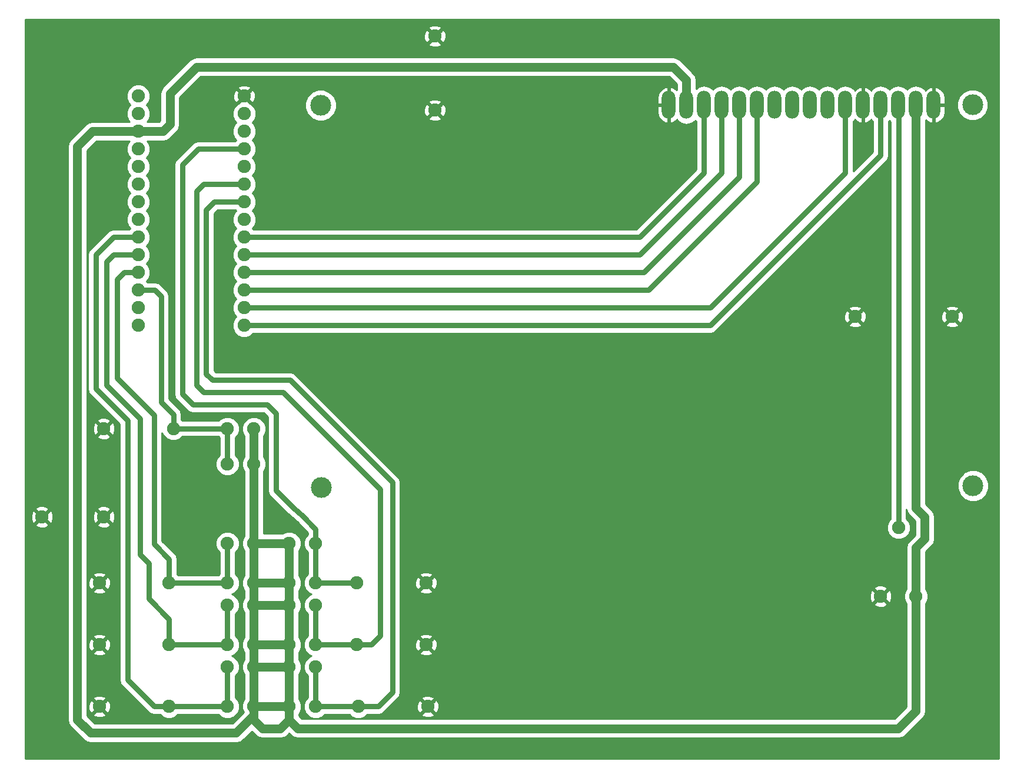
<source format=gbr>
G04 #@! TF.FileFunction,Copper,L1,Top,Signal*
%FSLAX46Y46*%
G04 Gerber Fmt 4.6, Leading zero omitted, Abs format (unit mm)*
G04 Created by KiCad (PCBNEW (2015-03-05 BZR 5480)-product) date Mon 13 Apr 2015 16:15:12 CEST*
%MOMM*%
G01*
G04 APERTURE LIST*
%ADD10C,0.100000*%
%ADD11C,1.900000*%
%ADD12O,2.000000X4.000000*%
%ADD13C,3.000000*%
%ADD14C,1.270000*%
%ADD15C,0.762000*%
%ADD16C,0.254000*%
G04 APERTURE END LIST*
D10*
D11*
X111125000Y-113665000D03*
X107315000Y-113665000D03*
X111125000Y-119380000D03*
X107315000Y-119380000D03*
D12*
X208915000Y-50546000D03*
X206375000Y-50546000D03*
X203835000Y-50546000D03*
X201295000Y-50546000D03*
X198755000Y-50546000D03*
X196215000Y-50546000D03*
X193675000Y-50546000D03*
X191135000Y-50546000D03*
X188595000Y-50546000D03*
X186055000Y-50546000D03*
X183515000Y-50546000D03*
X180975000Y-50546000D03*
X178435000Y-50546000D03*
X175895000Y-50546000D03*
X173355000Y-50546000D03*
X170815000Y-50546000D03*
D13*
X214528400Y-50546000D03*
X214591900Y-105379520D03*
X120842280Y-105582720D03*
X120748300Y-50601880D03*
D11*
X137160000Y-40640000D03*
X137160000Y-51308000D03*
X197612000Y-81026000D03*
X211582000Y-81026000D03*
X136144000Y-137160000D03*
X126144000Y-137160000D03*
X88900000Y-119380000D03*
X98900000Y-119380000D03*
X135890000Y-119380000D03*
X125890000Y-119380000D03*
X88900000Y-128270000D03*
X98900000Y-128270000D03*
X135890000Y-128270000D03*
X125890000Y-128270000D03*
X88900000Y-137160000D03*
X98900000Y-137160000D03*
X206375000Y-121285000D03*
X201295000Y-121285000D03*
X203875000Y-111385000D03*
X109728000Y-51816000D03*
X109728000Y-54356000D03*
X109728000Y-56896000D03*
X109728000Y-59436000D03*
X109728000Y-61976000D03*
X109728000Y-64516000D03*
X109728000Y-67056000D03*
X109728000Y-69596000D03*
X109728000Y-72136000D03*
X109728000Y-74676000D03*
X109728000Y-77216000D03*
X109728000Y-79756000D03*
X109728000Y-82296000D03*
X94488000Y-82296000D03*
X94488000Y-79756000D03*
X94488000Y-77216000D03*
X94488000Y-74676000D03*
X94488000Y-72136000D03*
X94488000Y-69596000D03*
X94488000Y-67056000D03*
X94488000Y-64516000D03*
X94488000Y-61976000D03*
X94488000Y-59436000D03*
X94488000Y-56896000D03*
X94488000Y-54356000D03*
X94488000Y-51816000D03*
X94488000Y-49276000D03*
X109728000Y-49276000D03*
X89535000Y-97155000D03*
X99535000Y-97155000D03*
X111125000Y-97155000D03*
X107315000Y-97155000D03*
X111125000Y-102235000D03*
X107315000Y-102235000D03*
X89535000Y-109855000D03*
X80645000Y-109855000D03*
X116205000Y-119380000D03*
X120015000Y-119380000D03*
X116205000Y-113665000D03*
X120015000Y-113665000D03*
X116205000Y-128270000D03*
X120015000Y-128270000D03*
X116205000Y-122555000D03*
X120015000Y-122555000D03*
X116205000Y-137160000D03*
X120015000Y-137160000D03*
X116205000Y-131445000D03*
X120015000Y-131445000D03*
X111125000Y-122555000D03*
X107315000Y-122555000D03*
X111125000Y-128270000D03*
X107315000Y-128270000D03*
X111125000Y-131445000D03*
X107315000Y-131445000D03*
X111125000Y-137160000D03*
X107315000Y-137160000D03*
D14*
X206375000Y-108585000D02*
X206375000Y-102870000D01*
X207645000Y-109855000D02*
X206375000Y-108585000D01*
X207645000Y-113030000D02*
X207645000Y-109855000D01*
X206375000Y-114300000D02*
X207645000Y-113030000D01*
X206375000Y-50546000D02*
X206375000Y-102870000D01*
X206375000Y-121285000D02*
X206375000Y-118110000D01*
X206375000Y-114300000D02*
X206375000Y-118110000D01*
X111125000Y-119380000D02*
X116205000Y-119380000D01*
X111125000Y-114300000D02*
X111125000Y-102235000D01*
X111125000Y-102235000D02*
X111125000Y-97155000D01*
X116205000Y-139065000D02*
X116205000Y-137160000D01*
X116205000Y-137160000D02*
X116205000Y-131445000D01*
X116205000Y-131445000D02*
X116205000Y-128270000D01*
X111125000Y-137160000D02*
X111125000Y-131445000D01*
X111125000Y-131445000D02*
X111125000Y-128270000D01*
X111125000Y-128270000D02*
X111125000Y-122555000D01*
X111125000Y-122555000D02*
X111125000Y-119380000D01*
X111125000Y-119380000D02*
X111125000Y-113665000D01*
X116205000Y-113665000D02*
X111125000Y-113665000D01*
X116205000Y-113665000D02*
X116205000Y-119380000D01*
X116205000Y-119380000D02*
X116205000Y-122555000D01*
X116205000Y-122555000D02*
X111125000Y-122555000D01*
X116205000Y-122555000D02*
X116205000Y-128270000D01*
X116205000Y-128270000D02*
X111125000Y-128270000D01*
X111125000Y-131445000D02*
X116205000Y-131445000D01*
X116205000Y-137160000D02*
X111125000Y-137160000D01*
X98044000Y-54356000D02*
X94488000Y-54356000D01*
X99060000Y-53340000D02*
X98044000Y-54356000D01*
X99060000Y-48895000D02*
X99060000Y-53340000D01*
X102870000Y-45085000D02*
X99060000Y-48895000D01*
X171450000Y-45085000D02*
X102870000Y-45085000D01*
X173355000Y-46990000D02*
X171450000Y-45085000D01*
X173355000Y-50546000D02*
X173355000Y-46990000D01*
X111125000Y-139065000D02*
X112395000Y-140335000D01*
X112395000Y-140335000D02*
X114935000Y-140335000D01*
X114935000Y-140335000D02*
X116205000Y-139065000D01*
X111125000Y-137160000D02*
X111125000Y-139065000D01*
X117475000Y-140335000D02*
X203835000Y-140335000D01*
X203835000Y-140335000D02*
X206375000Y-137795000D01*
X206375000Y-137795000D02*
X206375000Y-121285000D01*
X116205000Y-139065000D02*
X117475000Y-140335000D01*
X111125000Y-137160000D02*
X111125000Y-138430000D01*
X111125000Y-138430000D02*
X108585000Y-140970000D01*
X108585000Y-140970000D02*
X87630000Y-140970000D01*
X87630000Y-140970000D02*
X85725000Y-139065000D01*
X85725000Y-139065000D02*
X85725000Y-56515000D01*
X85725000Y-56515000D02*
X87884000Y-54356000D01*
X87884000Y-54356000D02*
X94488000Y-54356000D01*
D15*
X203875000Y-111385000D02*
X203875000Y-50586000D01*
X203875000Y-50586000D02*
X203835000Y-50546000D01*
X109728000Y-82296000D02*
X176784000Y-82296000D01*
X201295000Y-57785000D02*
X201295000Y-50546000D01*
X176784000Y-82296000D02*
X201295000Y-57785000D01*
X196215000Y-50546000D02*
X196215000Y-60325000D01*
X176784000Y-79756000D02*
X109728000Y-79756000D01*
X196215000Y-60325000D02*
X176784000Y-79756000D01*
X109728000Y-77216000D02*
X167894000Y-77216000D01*
X183515000Y-61595000D02*
X183515000Y-50546000D01*
X167894000Y-77216000D02*
X183515000Y-61595000D01*
X180975000Y-50546000D02*
X180975000Y-60960000D01*
X167259000Y-74676000D02*
X109728000Y-74676000D01*
X180975000Y-60960000D02*
X167259000Y-74676000D01*
X109728000Y-72136000D02*
X166624000Y-72136000D01*
X178435000Y-60325000D02*
X178435000Y-50546000D01*
X166624000Y-72136000D02*
X178435000Y-60325000D01*
X109728000Y-69596000D02*
X166624000Y-69596000D01*
X175895000Y-60325000D02*
X175895000Y-50546000D01*
X166624000Y-69596000D02*
X175895000Y-60325000D01*
X129032000Y-137160000D02*
X131064000Y-135128000D01*
X131064000Y-135128000D02*
X131064000Y-104902000D01*
X131064000Y-104902000D02*
X116332000Y-90170000D01*
X116332000Y-90170000D02*
X105156000Y-90170000D01*
X105156000Y-90170000D02*
X104267002Y-89281002D01*
X104267002Y-89281002D02*
X104267002Y-65658998D01*
X104267002Y-65658998D02*
X105410000Y-64516000D01*
X105410000Y-64516000D02*
X109728000Y-64516000D01*
X126144000Y-137160000D02*
X129032000Y-137160000D01*
X120015000Y-137160000D02*
X126144000Y-137160000D01*
X120015000Y-137160000D02*
X120015000Y-131445000D01*
X98900000Y-119380000D02*
X107315000Y-119380000D01*
X107315000Y-119380000D02*
X107315000Y-114300000D01*
X92456000Y-74676000D02*
X91440000Y-75692000D01*
X91440000Y-75692000D02*
X91440000Y-89916000D01*
X91440000Y-89916000D02*
X96774000Y-95250000D01*
X96774000Y-95250000D02*
X96774000Y-113792000D01*
X96774000Y-113792000D02*
X98900000Y-115918000D01*
X98900000Y-115918000D02*
X98900000Y-119380000D01*
X94488000Y-74676000D02*
X92456000Y-74676000D01*
X125890000Y-119380000D02*
X120015000Y-119380000D01*
X113030000Y-93726000D02*
X102362000Y-93726000D01*
X102362000Y-93726000D02*
X100838000Y-92202000D01*
X100838000Y-92202000D02*
X100838000Y-59182000D01*
X100838000Y-59182000D02*
X103124000Y-56896000D01*
X103124000Y-56896000D02*
X109728000Y-56896000D01*
X120015000Y-114300000D02*
X120015000Y-111633000D01*
X114300000Y-94996000D02*
X113030000Y-93726000D01*
X120015000Y-111633000D02*
X118110000Y-109728000D01*
X114300000Y-106045000D02*
X114300000Y-94996000D01*
X118110000Y-109728000D02*
X116840000Y-108585000D01*
X116840000Y-108585000D02*
X114300000Y-106045000D01*
X120015000Y-119380000D02*
X120015000Y-113665000D01*
X107315000Y-128270000D02*
X98900000Y-128270000D01*
X98900000Y-124554000D02*
X96012000Y-121666000D01*
X96012000Y-121666000D02*
X96012000Y-116586000D01*
X96012000Y-116586000D02*
X94742000Y-115316000D01*
X94742000Y-115316000D02*
X94742000Y-95758000D01*
X94742000Y-95758000D02*
X89916000Y-90932000D01*
X89916000Y-90932000D02*
X89916000Y-73152000D01*
X89916000Y-73152000D02*
X90932000Y-72136000D01*
X90932000Y-72136000D02*
X94488000Y-72136000D01*
X98900000Y-128270000D02*
X98900000Y-124554000D01*
X107315000Y-128270000D02*
X107315000Y-122555000D01*
X128016000Y-128270000D02*
X125890000Y-128270000D01*
X129286000Y-127000000D02*
X128016000Y-128270000D01*
X129286000Y-105918000D02*
X129286000Y-127000000D01*
X115316000Y-91948000D02*
X129286000Y-105918000D01*
X103886000Y-91948000D02*
X115316000Y-91948000D01*
X102870000Y-90932000D02*
X103886000Y-91948000D01*
X102870000Y-62992000D02*
X102870000Y-90932000D01*
X103886000Y-61976000D02*
X102870000Y-62992000D01*
X109728000Y-61976000D02*
X103886000Y-61976000D01*
X120015000Y-122555000D02*
X120015000Y-128270000D01*
X120015000Y-128270000D02*
X125890000Y-128270000D01*
X107315000Y-137160000D02*
X98900000Y-137160000D01*
X96774000Y-137160000D02*
X92964000Y-133350000D01*
X92964000Y-133350000D02*
X92964000Y-96012000D01*
X92964000Y-96012000D02*
X88392000Y-91440000D01*
X88392000Y-91440000D02*
X88392000Y-72136000D01*
X88392000Y-72136000D02*
X90932000Y-69596000D01*
X90932000Y-69596000D02*
X94488000Y-69596000D01*
X98900000Y-137160000D02*
X96774000Y-137160000D01*
X107315000Y-137160000D02*
X107315000Y-131445000D01*
X107315000Y-102235000D02*
X107315000Y-97155000D01*
X107315000Y-97155000D02*
X99535000Y-97155000D01*
X99535000Y-95090000D02*
X97790000Y-93345000D01*
X97790000Y-93345000D02*
X97790000Y-78105000D01*
X97790000Y-78105000D02*
X96901000Y-77216000D01*
X96901000Y-77216000D02*
X94488000Y-77216000D01*
X99535000Y-97155000D02*
X99535000Y-95090000D01*
D16*
G36*
X206248000Y-112451344D02*
X205387172Y-113312172D01*
X205084340Y-113765391D01*
X204978000Y-114300000D01*
X204978000Y-118110000D01*
X204978000Y-120260540D01*
X204924483Y-120313964D01*
X204663298Y-120942968D01*
X204662704Y-121624044D01*
X204922791Y-122253503D01*
X204978000Y-122308808D01*
X204978000Y-137216344D01*
X203256344Y-138938000D01*
X202891188Y-138938000D01*
X202891188Y-121537602D01*
X202866352Y-120907539D01*
X202673019Y-120440792D01*
X202411350Y-120348255D01*
X202231745Y-120527860D01*
X202231745Y-120168650D01*
X202139208Y-119906981D01*
X201547602Y-119688812D01*
X200917539Y-119713648D01*
X200450792Y-119906981D01*
X200358255Y-120168650D01*
X201295000Y-121105395D01*
X202231745Y-120168650D01*
X202231745Y-120527860D01*
X201474605Y-121285000D01*
X202411350Y-122221745D01*
X202673019Y-122129208D01*
X202891188Y-121537602D01*
X202891188Y-138938000D01*
X202231745Y-138938000D01*
X202231745Y-122401350D01*
X201295000Y-121464605D01*
X201115395Y-121644210D01*
X201115395Y-121285000D01*
X200178650Y-120348255D01*
X199916981Y-120440792D01*
X199698812Y-121032398D01*
X199723648Y-121662461D01*
X199916981Y-122129208D01*
X200178650Y-122221745D01*
X201115395Y-121285000D01*
X201115395Y-121644210D01*
X200358255Y-122401350D01*
X200450792Y-122663019D01*
X201042398Y-122881188D01*
X201672461Y-122856352D01*
X202139208Y-122663019D01*
X202231745Y-122401350D01*
X202231745Y-138938000D01*
X199208188Y-138938000D01*
X199208188Y-81278602D01*
X199183352Y-80648539D01*
X198990019Y-80181792D01*
X198728350Y-80089255D01*
X198548745Y-80268860D01*
X198548745Y-79909650D01*
X198456208Y-79647981D01*
X197864602Y-79429812D01*
X197234539Y-79454648D01*
X196767792Y-79647981D01*
X196675255Y-79909650D01*
X197612000Y-80846395D01*
X198548745Y-79909650D01*
X198548745Y-80268860D01*
X197791605Y-81026000D01*
X198728350Y-81962745D01*
X198990019Y-81870208D01*
X199208188Y-81278602D01*
X199208188Y-138938000D01*
X198548745Y-138938000D01*
X198548745Y-82142350D01*
X197612000Y-81205605D01*
X197432395Y-81385210D01*
X197432395Y-81026000D01*
X196495650Y-80089255D01*
X196233981Y-80181792D01*
X196015812Y-80773398D01*
X196040648Y-81403461D01*
X196233981Y-81870208D01*
X196495650Y-81962745D01*
X197432395Y-81026000D01*
X197432395Y-81385210D01*
X196675255Y-82142350D01*
X196767792Y-82404019D01*
X197359398Y-82622188D01*
X197989461Y-82597352D01*
X198456208Y-82404019D01*
X198548745Y-82142350D01*
X198548745Y-138938000D01*
X137740188Y-138938000D01*
X137740188Y-137412602D01*
X137715352Y-136782539D01*
X137522019Y-136315792D01*
X137486188Y-136303120D01*
X137486188Y-128522602D01*
X137486188Y-119632602D01*
X137461352Y-119002539D01*
X137268019Y-118535792D01*
X137006350Y-118443255D01*
X136826745Y-118622860D01*
X136826745Y-118263650D01*
X136734208Y-118001981D01*
X136142602Y-117783812D01*
X135512539Y-117808648D01*
X135045792Y-118001981D01*
X134953255Y-118263650D01*
X135890000Y-119200395D01*
X136826745Y-118263650D01*
X136826745Y-118622860D01*
X136069605Y-119380000D01*
X137006350Y-120316745D01*
X137268019Y-120224208D01*
X137486188Y-119632602D01*
X137486188Y-128522602D01*
X137461352Y-127892539D01*
X137268019Y-127425792D01*
X137006350Y-127333255D01*
X136826745Y-127512860D01*
X136826745Y-127153650D01*
X136826745Y-120496350D01*
X135890000Y-119559605D01*
X135710395Y-119739210D01*
X135710395Y-119380000D01*
X134773650Y-118443255D01*
X134511981Y-118535792D01*
X134293812Y-119127398D01*
X134318648Y-119757461D01*
X134511981Y-120224208D01*
X134773650Y-120316745D01*
X135710395Y-119380000D01*
X135710395Y-119739210D01*
X134953255Y-120496350D01*
X135045792Y-120758019D01*
X135637398Y-120976188D01*
X136267461Y-120951352D01*
X136734208Y-120758019D01*
X136826745Y-120496350D01*
X136826745Y-127153650D01*
X136734208Y-126891981D01*
X136142602Y-126673812D01*
X135512539Y-126698648D01*
X135045792Y-126891981D01*
X134953255Y-127153650D01*
X135890000Y-128090395D01*
X136826745Y-127153650D01*
X136826745Y-127512860D01*
X136069605Y-128270000D01*
X137006350Y-129206745D01*
X137268019Y-129114208D01*
X137486188Y-128522602D01*
X137486188Y-136303120D01*
X137260350Y-136223255D01*
X137080745Y-136402860D01*
X137080745Y-136043650D01*
X136988208Y-135781981D01*
X136826745Y-135722437D01*
X136826745Y-129386350D01*
X135890000Y-128449605D01*
X135710395Y-128629210D01*
X135710395Y-128270000D01*
X134773650Y-127333255D01*
X134511981Y-127425792D01*
X134293812Y-128017398D01*
X134318648Y-128647461D01*
X134511981Y-129114208D01*
X134773650Y-129206745D01*
X135710395Y-128270000D01*
X135710395Y-128629210D01*
X134953255Y-129386350D01*
X135045792Y-129648019D01*
X135637398Y-129866188D01*
X136267461Y-129841352D01*
X136734208Y-129648019D01*
X136826745Y-129386350D01*
X136826745Y-135722437D01*
X136396602Y-135563812D01*
X135766539Y-135588648D01*
X135299792Y-135781981D01*
X135207255Y-136043650D01*
X136144000Y-136980395D01*
X137080745Y-136043650D01*
X137080745Y-136402860D01*
X136323605Y-137160000D01*
X137260350Y-138096745D01*
X137522019Y-138004208D01*
X137740188Y-137412602D01*
X137740188Y-138938000D01*
X137080745Y-138938000D01*
X137080745Y-138276350D01*
X136144000Y-137339605D01*
X135964395Y-137519210D01*
X135964395Y-137160000D01*
X135027650Y-136223255D01*
X134765981Y-136315792D01*
X134547812Y-136907398D01*
X134572648Y-137537461D01*
X134765981Y-138004208D01*
X135027650Y-138096745D01*
X135964395Y-137160000D01*
X135964395Y-137519210D01*
X135207255Y-138276350D01*
X135299792Y-138538019D01*
X135891398Y-138756188D01*
X136521461Y-138731352D01*
X136988208Y-138538019D01*
X137080745Y-138276350D01*
X137080745Y-138938000D01*
X118053656Y-138938000D01*
X117602000Y-138486344D01*
X117602000Y-138184459D01*
X117655517Y-138131036D01*
X117916702Y-137502032D01*
X117917296Y-136820956D01*
X117657209Y-136191497D01*
X117602000Y-136136191D01*
X117602000Y-132469459D01*
X117655517Y-132416036D01*
X117916702Y-131787032D01*
X117917296Y-131105956D01*
X117657209Y-130476497D01*
X117602000Y-130421191D01*
X117602000Y-129294459D01*
X117655517Y-129241036D01*
X117916702Y-128612032D01*
X117917296Y-127930956D01*
X117657209Y-127301497D01*
X117602000Y-127246191D01*
X117602000Y-123579459D01*
X117655517Y-123526036D01*
X117916702Y-122897032D01*
X117917296Y-122215956D01*
X117657209Y-121586497D01*
X117602000Y-121531191D01*
X117602000Y-120404459D01*
X117655517Y-120351036D01*
X117916702Y-119722032D01*
X117917296Y-119040956D01*
X117657209Y-118411497D01*
X117602000Y-118356191D01*
X117602000Y-114689459D01*
X117655517Y-114636036D01*
X117916702Y-114007032D01*
X117917296Y-113325956D01*
X117657209Y-112696497D01*
X117176036Y-112214483D01*
X116547032Y-111953298D01*
X115865956Y-111952704D01*
X115236497Y-112212791D01*
X115181191Y-112268000D01*
X112522000Y-112268000D01*
X112522000Y-103259459D01*
X112575517Y-103206036D01*
X112836702Y-102577032D01*
X112837296Y-101895956D01*
X112577209Y-101266497D01*
X112522000Y-101211191D01*
X112522000Y-98179459D01*
X112575517Y-98126036D01*
X112836702Y-97497032D01*
X112837296Y-96815956D01*
X112577209Y-96186497D01*
X112096036Y-95704483D01*
X111467032Y-95443298D01*
X110785956Y-95442704D01*
X110156497Y-95702791D01*
X109674483Y-96183964D01*
X109413298Y-96812968D01*
X109412704Y-97494044D01*
X109672791Y-98123503D01*
X109728000Y-98178808D01*
X109728000Y-101210540D01*
X109674483Y-101263964D01*
X109413298Y-101892968D01*
X109412704Y-102574044D01*
X109672791Y-103203503D01*
X109728000Y-103258808D01*
X109728000Y-112640540D01*
X109674483Y-112693964D01*
X109413298Y-113322968D01*
X109412704Y-114004044D01*
X109672791Y-114633503D01*
X109728000Y-114688808D01*
X109728000Y-118355540D01*
X109674483Y-118408964D01*
X109413298Y-119037968D01*
X109412704Y-119719044D01*
X109672791Y-120348503D01*
X109728000Y-120403808D01*
X109728000Y-121530540D01*
X109674483Y-121583964D01*
X109413298Y-122212968D01*
X109412704Y-122894044D01*
X109672791Y-123523503D01*
X109728000Y-123578808D01*
X109728000Y-127245540D01*
X109674483Y-127298964D01*
X109413298Y-127927968D01*
X109412704Y-128609044D01*
X109672791Y-129238503D01*
X109728000Y-129293808D01*
X109728000Y-130420540D01*
X109674483Y-130473964D01*
X109413298Y-131102968D01*
X109412704Y-131784044D01*
X109672791Y-132413503D01*
X109728000Y-132468808D01*
X109728000Y-136135540D01*
X109674483Y-136188964D01*
X109413298Y-136817968D01*
X109412704Y-137499044D01*
X109607896Y-137971447D01*
X108006344Y-139573000D01*
X91131188Y-139573000D01*
X91131188Y-110107602D01*
X91131188Y-97407602D01*
X91106352Y-96777539D01*
X90913019Y-96310792D01*
X90651350Y-96218255D01*
X90471745Y-96397860D01*
X90471745Y-96038650D01*
X90379208Y-95776981D01*
X89787602Y-95558812D01*
X89157539Y-95583648D01*
X88690792Y-95776981D01*
X88598255Y-96038650D01*
X89535000Y-96975395D01*
X90471745Y-96038650D01*
X90471745Y-96397860D01*
X89714605Y-97155000D01*
X90651350Y-98091745D01*
X90913019Y-97999208D01*
X91131188Y-97407602D01*
X91131188Y-110107602D01*
X91106352Y-109477539D01*
X90913019Y-109010792D01*
X90651350Y-108918255D01*
X90471745Y-109097860D01*
X90471745Y-108738650D01*
X90471745Y-98271350D01*
X89535000Y-97334605D01*
X89355395Y-97514210D01*
X89355395Y-97155000D01*
X88418650Y-96218255D01*
X88156981Y-96310792D01*
X87938812Y-96902398D01*
X87963648Y-97532461D01*
X88156981Y-97999208D01*
X88418650Y-98091745D01*
X89355395Y-97155000D01*
X89355395Y-97514210D01*
X88598255Y-98271350D01*
X88690792Y-98533019D01*
X89282398Y-98751188D01*
X89912461Y-98726352D01*
X90379208Y-98533019D01*
X90471745Y-98271350D01*
X90471745Y-108738650D01*
X90379208Y-108476981D01*
X89787602Y-108258812D01*
X89157539Y-108283648D01*
X88690792Y-108476981D01*
X88598255Y-108738650D01*
X89535000Y-109675395D01*
X90471745Y-108738650D01*
X90471745Y-109097860D01*
X89714605Y-109855000D01*
X90651350Y-110791745D01*
X90913019Y-110699208D01*
X91131188Y-110107602D01*
X91131188Y-139573000D01*
X90496188Y-139573000D01*
X90496188Y-137412602D01*
X90496188Y-128522602D01*
X90496188Y-119632602D01*
X90471745Y-119012508D01*
X90471745Y-110971350D01*
X89535000Y-110034605D01*
X89355395Y-110214210D01*
X89355395Y-109855000D01*
X88418650Y-108918255D01*
X88156981Y-109010792D01*
X87938812Y-109602398D01*
X87963648Y-110232461D01*
X88156981Y-110699208D01*
X88418650Y-110791745D01*
X89355395Y-109855000D01*
X89355395Y-110214210D01*
X88598255Y-110971350D01*
X88690792Y-111233019D01*
X89282398Y-111451188D01*
X89912461Y-111426352D01*
X90379208Y-111233019D01*
X90471745Y-110971350D01*
X90471745Y-119012508D01*
X90471352Y-119002539D01*
X90278019Y-118535792D01*
X90016350Y-118443255D01*
X89836745Y-118622860D01*
X89836745Y-118263650D01*
X89744208Y-118001981D01*
X89152602Y-117783812D01*
X88522539Y-117808648D01*
X88055792Y-118001981D01*
X87963255Y-118263650D01*
X88900000Y-119200395D01*
X89836745Y-118263650D01*
X89836745Y-118622860D01*
X89079605Y-119380000D01*
X90016350Y-120316745D01*
X90278019Y-120224208D01*
X90496188Y-119632602D01*
X90496188Y-128522602D01*
X90471352Y-127892539D01*
X90278019Y-127425792D01*
X90016350Y-127333255D01*
X89836745Y-127512860D01*
X89836745Y-127153650D01*
X89836745Y-120496350D01*
X88900000Y-119559605D01*
X88720395Y-119739210D01*
X88720395Y-119380000D01*
X87783650Y-118443255D01*
X87521981Y-118535792D01*
X87303812Y-119127398D01*
X87328648Y-119757461D01*
X87521981Y-120224208D01*
X87783650Y-120316745D01*
X88720395Y-119380000D01*
X88720395Y-119739210D01*
X87963255Y-120496350D01*
X88055792Y-120758019D01*
X88647398Y-120976188D01*
X89277461Y-120951352D01*
X89744208Y-120758019D01*
X89836745Y-120496350D01*
X89836745Y-127153650D01*
X89744208Y-126891981D01*
X89152602Y-126673812D01*
X88522539Y-126698648D01*
X88055792Y-126891981D01*
X87963255Y-127153650D01*
X88900000Y-128090395D01*
X89836745Y-127153650D01*
X89836745Y-127512860D01*
X89079605Y-128270000D01*
X90016350Y-129206745D01*
X90278019Y-129114208D01*
X90496188Y-128522602D01*
X90496188Y-137412602D01*
X90471352Y-136782539D01*
X90278019Y-136315792D01*
X90016350Y-136223255D01*
X89836745Y-136402860D01*
X89836745Y-136043650D01*
X89836745Y-129386350D01*
X88900000Y-128449605D01*
X88720395Y-128629210D01*
X88720395Y-128270000D01*
X87783650Y-127333255D01*
X87521981Y-127425792D01*
X87303812Y-128017398D01*
X87328648Y-128647461D01*
X87521981Y-129114208D01*
X87783650Y-129206745D01*
X88720395Y-128270000D01*
X88720395Y-128629210D01*
X87963255Y-129386350D01*
X88055792Y-129648019D01*
X88647398Y-129866188D01*
X89277461Y-129841352D01*
X89744208Y-129648019D01*
X89836745Y-129386350D01*
X89836745Y-136043650D01*
X89744208Y-135781981D01*
X89152602Y-135563812D01*
X88522539Y-135588648D01*
X88055792Y-135781981D01*
X87963255Y-136043650D01*
X88900000Y-136980395D01*
X89836745Y-136043650D01*
X89836745Y-136402860D01*
X89079605Y-137160000D01*
X90016350Y-138096745D01*
X90278019Y-138004208D01*
X90496188Y-137412602D01*
X90496188Y-139573000D01*
X89836745Y-139573000D01*
X89836745Y-138276350D01*
X88900000Y-137339605D01*
X88720395Y-137519210D01*
X88720395Y-137160000D01*
X87783650Y-136223255D01*
X87521981Y-136315792D01*
X87303812Y-136907398D01*
X87328648Y-137537461D01*
X87521981Y-138004208D01*
X87783650Y-138096745D01*
X88720395Y-137160000D01*
X88720395Y-137519210D01*
X87963255Y-138276350D01*
X88055792Y-138538019D01*
X88647398Y-138756188D01*
X89277461Y-138731352D01*
X89744208Y-138538019D01*
X89836745Y-138276350D01*
X89836745Y-139573000D01*
X88208656Y-139573000D01*
X87122000Y-138486344D01*
X87122000Y-57093656D01*
X88462656Y-55753000D01*
X93209747Y-55753000D01*
X93037483Y-55924964D01*
X92776298Y-56553968D01*
X92775704Y-57235044D01*
X93035791Y-57864503D01*
X93336865Y-58166103D01*
X93037483Y-58464964D01*
X92776298Y-59093968D01*
X92775704Y-59775044D01*
X93035791Y-60404503D01*
X93336865Y-60706103D01*
X93037483Y-61004964D01*
X92776298Y-61633968D01*
X92775704Y-62315044D01*
X93035791Y-62944503D01*
X93336865Y-63246103D01*
X93037483Y-63544964D01*
X92776298Y-64173968D01*
X92775704Y-64855044D01*
X93035791Y-65484503D01*
X93336865Y-65786103D01*
X93037483Y-66084964D01*
X92776298Y-66713968D01*
X92775704Y-67395044D01*
X93035791Y-68024503D01*
X93336865Y-68326103D01*
X93209747Y-68453000D01*
X90932000Y-68453000D01*
X90494593Y-68540006D01*
X90123777Y-68787777D01*
X87583777Y-71327777D01*
X87336006Y-71698593D01*
X87249000Y-72136000D01*
X87249000Y-91440000D01*
X87336006Y-91877407D01*
X87583777Y-92248223D01*
X91821000Y-96485446D01*
X91821000Y-133350000D01*
X91908006Y-133787407D01*
X92155777Y-134158223D01*
X95965777Y-137968223D01*
X96336593Y-138215994D01*
X96774000Y-138303000D01*
X97621983Y-138303000D01*
X97928964Y-138610517D01*
X98557968Y-138871702D01*
X99239044Y-138872296D01*
X99868503Y-138612209D01*
X100178252Y-138303000D01*
X106036983Y-138303000D01*
X106343964Y-138610517D01*
X106972968Y-138871702D01*
X107654044Y-138872296D01*
X108283503Y-138612209D01*
X108765517Y-138131036D01*
X109026702Y-137502032D01*
X109027296Y-136820956D01*
X108767209Y-136191497D01*
X108458000Y-135881747D01*
X108458000Y-132723016D01*
X108765517Y-132416036D01*
X109026702Y-131787032D01*
X109027296Y-131105956D01*
X108767209Y-130476497D01*
X108286036Y-129994483D01*
X107956108Y-129857485D01*
X108283503Y-129722209D01*
X108765517Y-129241036D01*
X109026702Y-128612032D01*
X109027296Y-127930956D01*
X108767209Y-127301497D01*
X108458000Y-126991747D01*
X108458000Y-123833016D01*
X108765517Y-123526036D01*
X109026702Y-122897032D01*
X109027296Y-122215956D01*
X108767209Y-121586497D01*
X108286036Y-121104483D01*
X107956108Y-120967485D01*
X108283503Y-120832209D01*
X108765517Y-120351036D01*
X109026702Y-119722032D01*
X109027296Y-119040956D01*
X108767209Y-118411497D01*
X108458000Y-118101747D01*
X108458000Y-114943016D01*
X108765517Y-114636036D01*
X109026702Y-114007032D01*
X109027296Y-113325956D01*
X108767209Y-112696497D01*
X108286036Y-112214483D01*
X107657032Y-111953298D01*
X106975956Y-111952704D01*
X106346497Y-112212791D01*
X105864483Y-112693964D01*
X105603298Y-113322968D01*
X105602704Y-114004044D01*
X105862791Y-114633503D01*
X106172000Y-114943252D01*
X106172000Y-118101983D01*
X106036747Y-118237000D01*
X100178016Y-118237000D01*
X100043000Y-118101747D01*
X100043000Y-115918000D01*
X99955994Y-115480593D01*
X99708223Y-115109777D01*
X97917000Y-113318554D01*
X97917000Y-97722257D01*
X98082791Y-98123503D01*
X98563964Y-98605517D01*
X99192968Y-98866702D01*
X99874044Y-98867296D01*
X100503503Y-98607209D01*
X100813252Y-98298000D01*
X106036983Y-98298000D01*
X106172000Y-98433252D01*
X106172000Y-100956983D01*
X105864483Y-101263964D01*
X105603298Y-101892968D01*
X105602704Y-102574044D01*
X105862791Y-103203503D01*
X106343964Y-103685517D01*
X106972968Y-103946702D01*
X107654044Y-103947296D01*
X108283503Y-103687209D01*
X108765517Y-103206036D01*
X109026702Y-102577032D01*
X109027296Y-101895956D01*
X108767209Y-101266497D01*
X108458000Y-100956747D01*
X108458000Y-98433016D01*
X108765517Y-98126036D01*
X109026702Y-97497032D01*
X109027296Y-96815956D01*
X108767209Y-96186497D01*
X108286036Y-95704483D01*
X107657032Y-95443298D01*
X106975956Y-95442704D01*
X106346497Y-95702791D01*
X106036747Y-96012000D01*
X100813016Y-96012000D01*
X100678000Y-95876747D01*
X100678000Y-95090000D01*
X100590994Y-94652593D01*
X100343223Y-94281777D01*
X98933000Y-92871554D01*
X98933000Y-78105000D01*
X98845994Y-77667593D01*
X98598223Y-77296777D01*
X97709223Y-76407777D01*
X97338407Y-76160006D01*
X96901000Y-76073000D01*
X95766016Y-76073000D01*
X95639134Y-75945896D01*
X95938517Y-75647036D01*
X96199702Y-75018032D01*
X96200296Y-74336956D01*
X95940209Y-73707497D01*
X95639134Y-73405896D01*
X95938517Y-73107036D01*
X96199702Y-72478032D01*
X96200296Y-71796956D01*
X95940209Y-71167497D01*
X95639134Y-70865896D01*
X95938517Y-70567036D01*
X96199702Y-69938032D01*
X96200296Y-69256956D01*
X95940209Y-68627497D01*
X95639134Y-68325896D01*
X95938517Y-68027036D01*
X96199702Y-67398032D01*
X96200296Y-66716956D01*
X95940209Y-66087497D01*
X95639134Y-65785896D01*
X95938517Y-65487036D01*
X96199702Y-64858032D01*
X96200296Y-64176956D01*
X95940209Y-63547497D01*
X95639134Y-63245896D01*
X95938517Y-62947036D01*
X96199702Y-62318032D01*
X96200296Y-61636956D01*
X95940209Y-61007497D01*
X95639134Y-60705896D01*
X95938517Y-60407036D01*
X96199702Y-59778032D01*
X96200296Y-59096956D01*
X95940209Y-58467497D01*
X95639134Y-58165896D01*
X95938517Y-57867036D01*
X96199702Y-57238032D01*
X96200296Y-56556956D01*
X95940209Y-55927497D01*
X95766016Y-55753000D01*
X98044000Y-55753000D01*
X98578609Y-55646660D01*
X99031828Y-55343828D01*
X100047828Y-54327828D01*
X100350660Y-53874609D01*
X100457000Y-53340000D01*
X100457000Y-49473656D01*
X103448656Y-46482000D01*
X170871344Y-46482000D01*
X171958000Y-47568656D01*
X171958000Y-48397554D01*
X171881317Y-48300078D01*
X171323355Y-47986856D01*
X171195434Y-47955876D01*
X170942000Y-48075223D01*
X170942000Y-50419000D01*
X170962000Y-50419000D01*
X170962000Y-50673000D01*
X170942000Y-50673000D01*
X170942000Y-53016777D01*
X171195434Y-53136124D01*
X171323355Y-53105144D01*
X171881317Y-52791922D01*
X171984923Y-52660222D01*
X172109078Y-52846033D01*
X172680712Y-53227987D01*
X173355000Y-53362111D01*
X174029288Y-53227987D01*
X174600922Y-52846033D01*
X174625000Y-52809997D01*
X174649078Y-52846033D01*
X174752000Y-52914803D01*
X174752000Y-59851554D01*
X170688000Y-63915554D01*
X170688000Y-53016777D01*
X170688000Y-50673000D01*
X170688000Y-50419000D01*
X170688000Y-48075223D01*
X170434566Y-47955876D01*
X170306645Y-47986856D01*
X169748683Y-48300078D01*
X169353058Y-48802980D01*
X169180000Y-49419000D01*
X169180000Y-50419000D01*
X170688000Y-50419000D01*
X170688000Y-50673000D01*
X169180000Y-50673000D01*
X169180000Y-51673000D01*
X169353058Y-52289020D01*
X169748683Y-52791922D01*
X170306645Y-53105144D01*
X170434566Y-53136124D01*
X170688000Y-53016777D01*
X170688000Y-63915554D01*
X166150554Y-68453000D01*
X138756188Y-68453000D01*
X138756188Y-51560602D01*
X138731352Y-50930539D01*
X138538019Y-50463792D01*
X138276350Y-50371255D01*
X138096745Y-50550860D01*
X138096745Y-50191650D01*
X138004208Y-49929981D01*
X137412602Y-49711812D01*
X136782539Y-49736648D01*
X136315792Y-49929981D01*
X136223255Y-50191650D01*
X137160000Y-51128395D01*
X138096745Y-50191650D01*
X138096745Y-50550860D01*
X137339605Y-51308000D01*
X138276350Y-52244745D01*
X138538019Y-52152208D01*
X138756188Y-51560602D01*
X138756188Y-68453000D01*
X138096745Y-68453000D01*
X138096745Y-52424350D01*
X137160000Y-51487605D01*
X136980395Y-51667210D01*
X136980395Y-51308000D01*
X136043650Y-50371255D01*
X135781981Y-50463792D01*
X135563812Y-51055398D01*
X135588648Y-51685461D01*
X135781981Y-52152208D01*
X136043650Y-52244745D01*
X136980395Y-51308000D01*
X136980395Y-51667210D01*
X136223255Y-52424350D01*
X136315792Y-52686019D01*
X136907398Y-52904188D01*
X137537461Y-52879352D01*
X138004208Y-52686019D01*
X138096745Y-52424350D01*
X138096745Y-68453000D01*
X123010692Y-68453000D01*
X123010692Y-50153914D01*
X122667048Y-49322234D01*
X122031293Y-48685368D01*
X121200214Y-48340274D01*
X120300334Y-48339488D01*
X119468654Y-48683132D01*
X118831788Y-49318887D01*
X118486694Y-50149966D01*
X118485908Y-51049846D01*
X118829552Y-51881526D01*
X119465307Y-52518392D01*
X120296386Y-52863486D01*
X121196266Y-52864272D01*
X122027946Y-52520628D01*
X122664812Y-51884873D01*
X123009906Y-51053794D01*
X123010692Y-50153914D01*
X123010692Y-68453000D01*
X111006016Y-68453000D01*
X110879134Y-68325896D01*
X111178517Y-68027036D01*
X111439702Y-67398032D01*
X111440296Y-66716956D01*
X111180209Y-66087497D01*
X110879134Y-65785896D01*
X111178517Y-65487036D01*
X111439702Y-64858032D01*
X111440296Y-64176956D01*
X111180209Y-63547497D01*
X110879134Y-63245896D01*
X111178517Y-62947036D01*
X111439702Y-62318032D01*
X111440296Y-61636956D01*
X111180209Y-61007497D01*
X110879134Y-60705896D01*
X111178517Y-60407036D01*
X111439702Y-59778032D01*
X111440296Y-59096956D01*
X111180209Y-58467497D01*
X110879134Y-58165896D01*
X111178517Y-57867036D01*
X111439702Y-57238032D01*
X111440296Y-56556956D01*
X111180209Y-55927497D01*
X110879134Y-55625896D01*
X111178517Y-55327036D01*
X111439702Y-54698032D01*
X111440296Y-54016956D01*
X111180209Y-53387497D01*
X110879134Y-53085896D01*
X111178517Y-52787036D01*
X111439702Y-52158032D01*
X111440296Y-51476956D01*
X111324188Y-51195953D01*
X111324188Y-49528602D01*
X111299352Y-48898539D01*
X111106019Y-48431792D01*
X110844350Y-48339255D01*
X110664745Y-48518860D01*
X110664745Y-48159650D01*
X110572208Y-47897981D01*
X109980602Y-47679812D01*
X109350539Y-47704648D01*
X108883792Y-47897981D01*
X108791255Y-48159650D01*
X109728000Y-49096395D01*
X110664745Y-48159650D01*
X110664745Y-48518860D01*
X109907605Y-49276000D01*
X110844350Y-50212745D01*
X111106019Y-50120208D01*
X111324188Y-49528602D01*
X111324188Y-51195953D01*
X111180209Y-50847497D01*
X110699036Y-50365483D01*
X110594450Y-50322055D01*
X109728000Y-49455605D01*
X109548395Y-49635209D01*
X109548395Y-49276000D01*
X108611650Y-48339255D01*
X108349981Y-48431792D01*
X108131812Y-49023398D01*
X108156648Y-49653461D01*
X108349981Y-50120208D01*
X108611650Y-50212745D01*
X109548395Y-49276000D01*
X109548395Y-49635209D01*
X108862285Y-50321319D01*
X108759497Y-50363791D01*
X108277483Y-50844964D01*
X108016298Y-51473968D01*
X108015704Y-52155044D01*
X108275791Y-52784503D01*
X108576865Y-53086103D01*
X108277483Y-53384964D01*
X108016298Y-54013968D01*
X108015704Y-54695044D01*
X108275791Y-55324503D01*
X108576865Y-55626103D01*
X108449747Y-55753000D01*
X103124000Y-55753000D01*
X102686593Y-55840006D01*
X102315777Y-56087777D01*
X100029777Y-58373777D01*
X99782006Y-58744593D01*
X99695000Y-59182000D01*
X99695000Y-92202000D01*
X99782006Y-92639407D01*
X100029777Y-93010223D01*
X101553777Y-94534223D01*
X101924593Y-94781994D01*
X102362000Y-94869000D01*
X112556554Y-94869000D01*
X113157000Y-95469446D01*
X113157000Y-106045000D01*
X113244006Y-106482407D01*
X113491777Y-106853223D01*
X116031777Y-109393223D01*
X116057126Y-109410160D01*
X116075373Y-109434585D01*
X117323033Y-110557479D01*
X118872000Y-112106446D01*
X118872000Y-112386983D01*
X118564483Y-112693964D01*
X118303298Y-113322968D01*
X118302704Y-114004044D01*
X118562791Y-114633503D01*
X118872000Y-114943252D01*
X118872000Y-118101983D01*
X118564483Y-118408964D01*
X118303298Y-119037968D01*
X118302704Y-119719044D01*
X118562791Y-120348503D01*
X119043964Y-120830517D01*
X119373891Y-120967514D01*
X119046497Y-121102791D01*
X118564483Y-121583964D01*
X118303298Y-122212968D01*
X118302704Y-122894044D01*
X118562791Y-123523503D01*
X118872000Y-123833252D01*
X118872000Y-126991983D01*
X118564483Y-127298964D01*
X118303298Y-127927968D01*
X118302704Y-128609044D01*
X118562791Y-129238503D01*
X119043964Y-129720517D01*
X119373891Y-129857514D01*
X119046497Y-129992791D01*
X118564483Y-130473964D01*
X118303298Y-131102968D01*
X118302704Y-131784044D01*
X118562791Y-132413503D01*
X118872000Y-132723252D01*
X118872000Y-135881983D01*
X118564483Y-136188964D01*
X118303298Y-136817968D01*
X118302704Y-137499044D01*
X118562791Y-138128503D01*
X119043964Y-138610517D01*
X119672968Y-138871702D01*
X120354044Y-138872296D01*
X120983503Y-138612209D01*
X121293252Y-138303000D01*
X124865983Y-138303000D01*
X125172964Y-138610517D01*
X125801968Y-138871702D01*
X126483044Y-138872296D01*
X127112503Y-138612209D01*
X127422252Y-138303000D01*
X129032000Y-138303000D01*
X129469407Y-138215994D01*
X129840223Y-137968223D01*
X131872223Y-135936223D01*
X132119994Y-135565407D01*
X132207000Y-135128000D01*
X132207000Y-104902000D01*
X132119994Y-104464593D01*
X131872223Y-104093777D01*
X117140223Y-89361777D01*
X116769407Y-89114006D01*
X116332000Y-89027000D01*
X105629446Y-89027000D01*
X105410002Y-88807556D01*
X105410002Y-66132444D01*
X105883446Y-65659000D01*
X108449983Y-65659000D01*
X108576865Y-65786103D01*
X108277483Y-66084964D01*
X108016298Y-66713968D01*
X108015704Y-67395044D01*
X108275791Y-68024503D01*
X108576865Y-68326103D01*
X108277483Y-68624964D01*
X108016298Y-69253968D01*
X108015704Y-69935044D01*
X108275791Y-70564503D01*
X108576865Y-70866103D01*
X108277483Y-71164964D01*
X108016298Y-71793968D01*
X108015704Y-72475044D01*
X108275791Y-73104503D01*
X108576865Y-73406103D01*
X108277483Y-73704964D01*
X108016298Y-74333968D01*
X108015704Y-75015044D01*
X108275791Y-75644503D01*
X108576865Y-75946103D01*
X108277483Y-76244964D01*
X108016298Y-76873968D01*
X108015704Y-77555044D01*
X108275791Y-78184503D01*
X108576865Y-78486103D01*
X108277483Y-78784964D01*
X108016298Y-79413968D01*
X108015704Y-80095044D01*
X108275791Y-80724503D01*
X108576865Y-81026103D01*
X108277483Y-81324964D01*
X108016298Y-81953968D01*
X108015704Y-82635044D01*
X108275791Y-83264503D01*
X108756964Y-83746517D01*
X109385968Y-84007702D01*
X110067044Y-84008296D01*
X110696503Y-83748209D01*
X111006252Y-83439000D01*
X176784000Y-83439000D01*
X177221407Y-83351994D01*
X177592223Y-83104223D01*
X202103223Y-58593223D01*
X202350994Y-58222407D01*
X202438000Y-57785000D01*
X202438000Y-52914803D01*
X202540922Y-52846033D01*
X202565000Y-52809997D01*
X202589078Y-52846033D01*
X202732000Y-52941530D01*
X202732000Y-110106983D01*
X202424483Y-110413964D01*
X202163298Y-111042968D01*
X202162704Y-111724044D01*
X202422791Y-112353503D01*
X202903964Y-112835517D01*
X203532968Y-113096702D01*
X204214044Y-113097296D01*
X204843503Y-112837209D01*
X205325517Y-112356036D01*
X205586702Y-111727032D01*
X205587296Y-111045956D01*
X205327209Y-110416497D01*
X205018000Y-110106747D01*
X205018000Y-108786094D01*
X205084340Y-109119609D01*
X205387172Y-109572828D01*
X206248000Y-110433656D01*
X206248000Y-112451344D01*
X206248000Y-112451344D01*
G37*
X206248000Y-112451344D02*
X205387172Y-113312172D01*
X205084340Y-113765391D01*
X204978000Y-114300000D01*
X204978000Y-118110000D01*
X204978000Y-120260540D01*
X204924483Y-120313964D01*
X204663298Y-120942968D01*
X204662704Y-121624044D01*
X204922791Y-122253503D01*
X204978000Y-122308808D01*
X204978000Y-137216344D01*
X203256344Y-138938000D01*
X202891188Y-138938000D01*
X202891188Y-121537602D01*
X202866352Y-120907539D01*
X202673019Y-120440792D01*
X202411350Y-120348255D01*
X202231745Y-120527860D01*
X202231745Y-120168650D01*
X202139208Y-119906981D01*
X201547602Y-119688812D01*
X200917539Y-119713648D01*
X200450792Y-119906981D01*
X200358255Y-120168650D01*
X201295000Y-121105395D01*
X202231745Y-120168650D01*
X202231745Y-120527860D01*
X201474605Y-121285000D01*
X202411350Y-122221745D01*
X202673019Y-122129208D01*
X202891188Y-121537602D01*
X202891188Y-138938000D01*
X202231745Y-138938000D01*
X202231745Y-122401350D01*
X201295000Y-121464605D01*
X201115395Y-121644210D01*
X201115395Y-121285000D01*
X200178650Y-120348255D01*
X199916981Y-120440792D01*
X199698812Y-121032398D01*
X199723648Y-121662461D01*
X199916981Y-122129208D01*
X200178650Y-122221745D01*
X201115395Y-121285000D01*
X201115395Y-121644210D01*
X200358255Y-122401350D01*
X200450792Y-122663019D01*
X201042398Y-122881188D01*
X201672461Y-122856352D01*
X202139208Y-122663019D01*
X202231745Y-122401350D01*
X202231745Y-138938000D01*
X199208188Y-138938000D01*
X199208188Y-81278602D01*
X199183352Y-80648539D01*
X198990019Y-80181792D01*
X198728350Y-80089255D01*
X198548745Y-80268860D01*
X198548745Y-79909650D01*
X198456208Y-79647981D01*
X197864602Y-79429812D01*
X197234539Y-79454648D01*
X196767792Y-79647981D01*
X196675255Y-79909650D01*
X197612000Y-80846395D01*
X198548745Y-79909650D01*
X198548745Y-80268860D01*
X197791605Y-81026000D01*
X198728350Y-81962745D01*
X198990019Y-81870208D01*
X199208188Y-81278602D01*
X199208188Y-138938000D01*
X198548745Y-138938000D01*
X198548745Y-82142350D01*
X197612000Y-81205605D01*
X197432395Y-81385210D01*
X197432395Y-81026000D01*
X196495650Y-80089255D01*
X196233981Y-80181792D01*
X196015812Y-80773398D01*
X196040648Y-81403461D01*
X196233981Y-81870208D01*
X196495650Y-81962745D01*
X197432395Y-81026000D01*
X197432395Y-81385210D01*
X196675255Y-82142350D01*
X196767792Y-82404019D01*
X197359398Y-82622188D01*
X197989461Y-82597352D01*
X198456208Y-82404019D01*
X198548745Y-82142350D01*
X198548745Y-138938000D01*
X137740188Y-138938000D01*
X137740188Y-137412602D01*
X137715352Y-136782539D01*
X137522019Y-136315792D01*
X137486188Y-136303120D01*
X137486188Y-128522602D01*
X137486188Y-119632602D01*
X137461352Y-119002539D01*
X137268019Y-118535792D01*
X137006350Y-118443255D01*
X136826745Y-118622860D01*
X136826745Y-118263650D01*
X136734208Y-118001981D01*
X136142602Y-117783812D01*
X135512539Y-117808648D01*
X135045792Y-118001981D01*
X134953255Y-118263650D01*
X135890000Y-119200395D01*
X136826745Y-118263650D01*
X136826745Y-118622860D01*
X136069605Y-119380000D01*
X137006350Y-120316745D01*
X137268019Y-120224208D01*
X137486188Y-119632602D01*
X137486188Y-128522602D01*
X137461352Y-127892539D01*
X137268019Y-127425792D01*
X137006350Y-127333255D01*
X136826745Y-127512860D01*
X136826745Y-127153650D01*
X136826745Y-120496350D01*
X135890000Y-119559605D01*
X135710395Y-119739210D01*
X135710395Y-119380000D01*
X134773650Y-118443255D01*
X134511981Y-118535792D01*
X134293812Y-119127398D01*
X134318648Y-119757461D01*
X134511981Y-120224208D01*
X134773650Y-120316745D01*
X135710395Y-119380000D01*
X135710395Y-119739210D01*
X134953255Y-120496350D01*
X135045792Y-120758019D01*
X135637398Y-120976188D01*
X136267461Y-120951352D01*
X136734208Y-120758019D01*
X136826745Y-120496350D01*
X136826745Y-127153650D01*
X136734208Y-126891981D01*
X136142602Y-126673812D01*
X135512539Y-126698648D01*
X135045792Y-126891981D01*
X134953255Y-127153650D01*
X135890000Y-128090395D01*
X136826745Y-127153650D01*
X136826745Y-127512860D01*
X136069605Y-128270000D01*
X137006350Y-129206745D01*
X137268019Y-129114208D01*
X137486188Y-128522602D01*
X137486188Y-136303120D01*
X137260350Y-136223255D01*
X137080745Y-136402860D01*
X137080745Y-136043650D01*
X136988208Y-135781981D01*
X136826745Y-135722437D01*
X136826745Y-129386350D01*
X135890000Y-128449605D01*
X135710395Y-128629210D01*
X135710395Y-128270000D01*
X134773650Y-127333255D01*
X134511981Y-127425792D01*
X134293812Y-128017398D01*
X134318648Y-128647461D01*
X134511981Y-129114208D01*
X134773650Y-129206745D01*
X135710395Y-128270000D01*
X135710395Y-128629210D01*
X134953255Y-129386350D01*
X135045792Y-129648019D01*
X135637398Y-129866188D01*
X136267461Y-129841352D01*
X136734208Y-129648019D01*
X136826745Y-129386350D01*
X136826745Y-135722437D01*
X136396602Y-135563812D01*
X135766539Y-135588648D01*
X135299792Y-135781981D01*
X135207255Y-136043650D01*
X136144000Y-136980395D01*
X137080745Y-136043650D01*
X137080745Y-136402860D01*
X136323605Y-137160000D01*
X137260350Y-138096745D01*
X137522019Y-138004208D01*
X137740188Y-137412602D01*
X137740188Y-138938000D01*
X137080745Y-138938000D01*
X137080745Y-138276350D01*
X136144000Y-137339605D01*
X135964395Y-137519210D01*
X135964395Y-137160000D01*
X135027650Y-136223255D01*
X134765981Y-136315792D01*
X134547812Y-136907398D01*
X134572648Y-137537461D01*
X134765981Y-138004208D01*
X135027650Y-138096745D01*
X135964395Y-137160000D01*
X135964395Y-137519210D01*
X135207255Y-138276350D01*
X135299792Y-138538019D01*
X135891398Y-138756188D01*
X136521461Y-138731352D01*
X136988208Y-138538019D01*
X137080745Y-138276350D01*
X137080745Y-138938000D01*
X118053656Y-138938000D01*
X117602000Y-138486344D01*
X117602000Y-138184459D01*
X117655517Y-138131036D01*
X117916702Y-137502032D01*
X117917296Y-136820956D01*
X117657209Y-136191497D01*
X117602000Y-136136191D01*
X117602000Y-132469459D01*
X117655517Y-132416036D01*
X117916702Y-131787032D01*
X117917296Y-131105956D01*
X117657209Y-130476497D01*
X117602000Y-130421191D01*
X117602000Y-129294459D01*
X117655517Y-129241036D01*
X117916702Y-128612032D01*
X117917296Y-127930956D01*
X117657209Y-127301497D01*
X117602000Y-127246191D01*
X117602000Y-123579459D01*
X117655517Y-123526036D01*
X117916702Y-122897032D01*
X117917296Y-122215956D01*
X117657209Y-121586497D01*
X117602000Y-121531191D01*
X117602000Y-120404459D01*
X117655517Y-120351036D01*
X117916702Y-119722032D01*
X117917296Y-119040956D01*
X117657209Y-118411497D01*
X117602000Y-118356191D01*
X117602000Y-114689459D01*
X117655517Y-114636036D01*
X117916702Y-114007032D01*
X117917296Y-113325956D01*
X117657209Y-112696497D01*
X117176036Y-112214483D01*
X116547032Y-111953298D01*
X115865956Y-111952704D01*
X115236497Y-112212791D01*
X115181191Y-112268000D01*
X112522000Y-112268000D01*
X112522000Y-103259459D01*
X112575517Y-103206036D01*
X112836702Y-102577032D01*
X112837296Y-101895956D01*
X112577209Y-101266497D01*
X112522000Y-101211191D01*
X112522000Y-98179459D01*
X112575517Y-98126036D01*
X112836702Y-97497032D01*
X112837296Y-96815956D01*
X112577209Y-96186497D01*
X112096036Y-95704483D01*
X111467032Y-95443298D01*
X110785956Y-95442704D01*
X110156497Y-95702791D01*
X109674483Y-96183964D01*
X109413298Y-96812968D01*
X109412704Y-97494044D01*
X109672791Y-98123503D01*
X109728000Y-98178808D01*
X109728000Y-101210540D01*
X109674483Y-101263964D01*
X109413298Y-101892968D01*
X109412704Y-102574044D01*
X109672791Y-103203503D01*
X109728000Y-103258808D01*
X109728000Y-112640540D01*
X109674483Y-112693964D01*
X109413298Y-113322968D01*
X109412704Y-114004044D01*
X109672791Y-114633503D01*
X109728000Y-114688808D01*
X109728000Y-118355540D01*
X109674483Y-118408964D01*
X109413298Y-119037968D01*
X109412704Y-119719044D01*
X109672791Y-120348503D01*
X109728000Y-120403808D01*
X109728000Y-121530540D01*
X109674483Y-121583964D01*
X109413298Y-122212968D01*
X109412704Y-122894044D01*
X109672791Y-123523503D01*
X109728000Y-123578808D01*
X109728000Y-127245540D01*
X109674483Y-127298964D01*
X109413298Y-127927968D01*
X109412704Y-128609044D01*
X109672791Y-129238503D01*
X109728000Y-129293808D01*
X109728000Y-130420540D01*
X109674483Y-130473964D01*
X109413298Y-131102968D01*
X109412704Y-131784044D01*
X109672791Y-132413503D01*
X109728000Y-132468808D01*
X109728000Y-136135540D01*
X109674483Y-136188964D01*
X109413298Y-136817968D01*
X109412704Y-137499044D01*
X109607896Y-137971447D01*
X108006344Y-139573000D01*
X91131188Y-139573000D01*
X91131188Y-110107602D01*
X91131188Y-97407602D01*
X91106352Y-96777539D01*
X90913019Y-96310792D01*
X90651350Y-96218255D01*
X90471745Y-96397860D01*
X90471745Y-96038650D01*
X90379208Y-95776981D01*
X89787602Y-95558812D01*
X89157539Y-95583648D01*
X88690792Y-95776981D01*
X88598255Y-96038650D01*
X89535000Y-96975395D01*
X90471745Y-96038650D01*
X90471745Y-96397860D01*
X89714605Y-97155000D01*
X90651350Y-98091745D01*
X90913019Y-97999208D01*
X91131188Y-97407602D01*
X91131188Y-110107602D01*
X91106352Y-109477539D01*
X90913019Y-109010792D01*
X90651350Y-108918255D01*
X90471745Y-109097860D01*
X90471745Y-108738650D01*
X90471745Y-98271350D01*
X89535000Y-97334605D01*
X89355395Y-97514210D01*
X89355395Y-97155000D01*
X88418650Y-96218255D01*
X88156981Y-96310792D01*
X87938812Y-96902398D01*
X87963648Y-97532461D01*
X88156981Y-97999208D01*
X88418650Y-98091745D01*
X89355395Y-97155000D01*
X89355395Y-97514210D01*
X88598255Y-98271350D01*
X88690792Y-98533019D01*
X89282398Y-98751188D01*
X89912461Y-98726352D01*
X90379208Y-98533019D01*
X90471745Y-98271350D01*
X90471745Y-108738650D01*
X90379208Y-108476981D01*
X89787602Y-108258812D01*
X89157539Y-108283648D01*
X88690792Y-108476981D01*
X88598255Y-108738650D01*
X89535000Y-109675395D01*
X90471745Y-108738650D01*
X90471745Y-109097860D01*
X89714605Y-109855000D01*
X90651350Y-110791745D01*
X90913019Y-110699208D01*
X91131188Y-110107602D01*
X91131188Y-139573000D01*
X90496188Y-139573000D01*
X90496188Y-137412602D01*
X90496188Y-128522602D01*
X90496188Y-119632602D01*
X90471745Y-119012508D01*
X90471745Y-110971350D01*
X89535000Y-110034605D01*
X89355395Y-110214210D01*
X89355395Y-109855000D01*
X88418650Y-108918255D01*
X88156981Y-109010792D01*
X87938812Y-109602398D01*
X87963648Y-110232461D01*
X88156981Y-110699208D01*
X88418650Y-110791745D01*
X89355395Y-109855000D01*
X89355395Y-110214210D01*
X88598255Y-110971350D01*
X88690792Y-111233019D01*
X89282398Y-111451188D01*
X89912461Y-111426352D01*
X90379208Y-111233019D01*
X90471745Y-110971350D01*
X90471745Y-119012508D01*
X90471352Y-119002539D01*
X90278019Y-118535792D01*
X90016350Y-118443255D01*
X89836745Y-118622860D01*
X89836745Y-118263650D01*
X89744208Y-118001981D01*
X89152602Y-117783812D01*
X88522539Y-117808648D01*
X88055792Y-118001981D01*
X87963255Y-118263650D01*
X88900000Y-119200395D01*
X89836745Y-118263650D01*
X89836745Y-118622860D01*
X89079605Y-119380000D01*
X90016350Y-120316745D01*
X90278019Y-120224208D01*
X90496188Y-119632602D01*
X90496188Y-128522602D01*
X90471352Y-127892539D01*
X90278019Y-127425792D01*
X90016350Y-127333255D01*
X89836745Y-127512860D01*
X89836745Y-127153650D01*
X89836745Y-120496350D01*
X88900000Y-119559605D01*
X88720395Y-119739210D01*
X88720395Y-119380000D01*
X87783650Y-118443255D01*
X87521981Y-118535792D01*
X87303812Y-119127398D01*
X87328648Y-119757461D01*
X87521981Y-120224208D01*
X87783650Y-120316745D01*
X88720395Y-119380000D01*
X88720395Y-119739210D01*
X87963255Y-120496350D01*
X88055792Y-120758019D01*
X88647398Y-120976188D01*
X89277461Y-120951352D01*
X89744208Y-120758019D01*
X89836745Y-120496350D01*
X89836745Y-127153650D01*
X89744208Y-126891981D01*
X89152602Y-126673812D01*
X88522539Y-126698648D01*
X88055792Y-126891981D01*
X87963255Y-127153650D01*
X88900000Y-128090395D01*
X89836745Y-127153650D01*
X89836745Y-127512860D01*
X89079605Y-128270000D01*
X90016350Y-129206745D01*
X90278019Y-129114208D01*
X90496188Y-128522602D01*
X90496188Y-137412602D01*
X90471352Y-136782539D01*
X90278019Y-136315792D01*
X90016350Y-136223255D01*
X89836745Y-136402860D01*
X89836745Y-136043650D01*
X89836745Y-129386350D01*
X88900000Y-128449605D01*
X88720395Y-128629210D01*
X88720395Y-128270000D01*
X87783650Y-127333255D01*
X87521981Y-127425792D01*
X87303812Y-128017398D01*
X87328648Y-128647461D01*
X87521981Y-129114208D01*
X87783650Y-129206745D01*
X88720395Y-128270000D01*
X88720395Y-128629210D01*
X87963255Y-129386350D01*
X88055792Y-129648019D01*
X88647398Y-129866188D01*
X89277461Y-129841352D01*
X89744208Y-129648019D01*
X89836745Y-129386350D01*
X89836745Y-136043650D01*
X89744208Y-135781981D01*
X89152602Y-135563812D01*
X88522539Y-135588648D01*
X88055792Y-135781981D01*
X87963255Y-136043650D01*
X88900000Y-136980395D01*
X89836745Y-136043650D01*
X89836745Y-136402860D01*
X89079605Y-137160000D01*
X90016350Y-138096745D01*
X90278019Y-138004208D01*
X90496188Y-137412602D01*
X90496188Y-139573000D01*
X89836745Y-139573000D01*
X89836745Y-138276350D01*
X88900000Y-137339605D01*
X88720395Y-137519210D01*
X88720395Y-137160000D01*
X87783650Y-136223255D01*
X87521981Y-136315792D01*
X87303812Y-136907398D01*
X87328648Y-137537461D01*
X87521981Y-138004208D01*
X87783650Y-138096745D01*
X88720395Y-137160000D01*
X88720395Y-137519210D01*
X87963255Y-138276350D01*
X88055792Y-138538019D01*
X88647398Y-138756188D01*
X89277461Y-138731352D01*
X89744208Y-138538019D01*
X89836745Y-138276350D01*
X89836745Y-139573000D01*
X88208656Y-139573000D01*
X87122000Y-138486344D01*
X87122000Y-57093656D01*
X88462656Y-55753000D01*
X93209747Y-55753000D01*
X93037483Y-55924964D01*
X92776298Y-56553968D01*
X92775704Y-57235044D01*
X93035791Y-57864503D01*
X93336865Y-58166103D01*
X93037483Y-58464964D01*
X92776298Y-59093968D01*
X92775704Y-59775044D01*
X93035791Y-60404503D01*
X93336865Y-60706103D01*
X93037483Y-61004964D01*
X92776298Y-61633968D01*
X92775704Y-62315044D01*
X93035791Y-62944503D01*
X93336865Y-63246103D01*
X93037483Y-63544964D01*
X92776298Y-64173968D01*
X92775704Y-64855044D01*
X93035791Y-65484503D01*
X93336865Y-65786103D01*
X93037483Y-66084964D01*
X92776298Y-66713968D01*
X92775704Y-67395044D01*
X93035791Y-68024503D01*
X93336865Y-68326103D01*
X93209747Y-68453000D01*
X90932000Y-68453000D01*
X90494593Y-68540006D01*
X90123777Y-68787777D01*
X87583777Y-71327777D01*
X87336006Y-71698593D01*
X87249000Y-72136000D01*
X87249000Y-91440000D01*
X87336006Y-91877407D01*
X87583777Y-92248223D01*
X91821000Y-96485446D01*
X91821000Y-133350000D01*
X91908006Y-133787407D01*
X92155777Y-134158223D01*
X95965777Y-137968223D01*
X96336593Y-138215994D01*
X96774000Y-138303000D01*
X97621983Y-138303000D01*
X97928964Y-138610517D01*
X98557968Y-138871702D01*
X99239044Y-138872296D01*
X99868503Y-138612209D01*
X100178252Y-138303000D01*
X106036983Y-138303000D01*
X106343964Y-138610517D01*
X106972968Y-138871702D01*
X107654044Y-138872296D01*
X108283503Y-138612209D01*
X108765517Y-138131036D01*
X109026702Y-137502032D01*
X109027296Y-136820956D01*
X108767209Y-136191497D01*
X108458000Y-135881747D01*
X108458000Y-132723016D01*
X108765517Y-132416036D01*
X109026702Y-131787032D01*
X109027296Y-131105956D01*
X108767209Y-130476497D01*
X108286036Y-129994483D01*
X107956108Y-129857485D01*
X108283503Y-129722209D01*
X108765517Y-129241036D01*
X109026702Y-128612032D01*
X109027296Y-127930956D01*
X108767209Y-127301497D01*
X108458000Y-126991747D01*
X108458000Y-123833016D01*
X108765517Y-123526036D01*
X109026702Y-122897032D01*
X109027296Y-122215956D01*
X108767209Y-121586497D01*
X108286036Y-121104483D01*
X107956108Y-120967485D01*
X108283503Y-120832209D01*
X108765517Y-120351036D01*
X109026702Y-119722032D01*
X109027296Y-119040956D01*
X108767209Y-118411497D01*
X108458000Y-118101747D01*
X108458000Y-114943016D01*
X108765517Y-114636036D01*
X109026702Y-114007032D01*
X109027296Y-113325956D01*
X108767209Y-112696497D01*
X108286036Y-112214483D01*
X107657032Y-111953298D01*
X106975956Y-111952704D01*
X106346497Y-112212791D01*
X105864483Y-112693964D01*
X105603298Y-113322968D01*
X105602704Y-114004044D01*
X105862791Y-114633503D01*
X106172000Y-114943252D01*
X106172000Y-118101983D01*
X106036747Y-118237000D01*
X100178016Y-118237000D01*
X100043000Y-118101747D01*
X100043000Y-115918000D01*
X99955994Y-115480593D01*
X99708223Y-115109777D01*
X97917000Y-113318554D01*
X97917000Y-97722257D01*
X98082791Y-98123503D01*
X98563964Y-98605517D01*
X99192968Y-98866702D01*
X99874044Y-98867296D01*
X100503503Y-98607209D01*
X100813252Y-98298000D01*
X106036983Y-98298000D01*
X106172000Y-98433252D01*
X106172000Y-100956983D01*
X105864483Y-101263964D01*
X105603298Y-101892968D01*
X105602704Y-102574044D01*
X105862791Y-103203503D01*
X106343964Y-103685517D01*
X106972968Y-103946702D01*
X107654044Y-103947296D01*
X108283503Y-103687209D01*
X108765517Y-103206036D01*
X109026702Y-102577032D01*
X109027296Y-101895956D01*
X108767209Y-101266497D01*
X108458000Y-100956747D01*
X108458000Y-98433016D01*
X108765517Y-98126036D01*
X109026702Y-97497032D01*
X109027296Y-96815956D01*
X108767209Y-96186497D01*
X108286036Y-95704483D01*
X107657032Y-95443298D01*
X106975956Y-95442704D01*
X106346497Y-95702791D01*
X106036747Y-96012000D01*
X100813016Y-96012000D01*
X100678000Y-95876747D01*
X100678000Y-95090000D01*
X100590994Y-94652593D01*
X100343223Y-94281777D01*
X98933000Y-92871554D01*
X98933000Y-78105000D01*
X98845994Y-77667593D01*
X98598223Y-77296777D01*
X97709223Y-76407777D01*
X97338407Y-76160006D01*
X96901000Y-76073000D01*
X95766016Y-76073000D01*
X95639134Y-75945896D01*
X95938517Y-75647036D01*
X96199702Y-75018032D01*
X96200296Y-74336956D01*
X95940209Y-73707497D01*
X95639134Y-73405896D01*
X95938517Y-73107036D01*
X96199702Y-72478032D01*
X96200296Y-71796956D01*
X95940209Y-71167497D01*
X95639134Y-70865896D01*
X95938517Y-70567036D01*
X96199702Y-69938032D01*
X96200296Y-69256956D01*
X95940209Y-68627497D01*
X95639134Y-68325896D01*
X95938517Y-68027036D01*
X96199702Y-67398032D01*
X96200296Y-66716956D01*
X95940209Y-66087497D01*
X95639134Y-65785896D01*
X95938517Y-65487036D01*
X96199702Y-64858032D01*
X96200296Y-64176956D01*
X95940209Y-63547497D01*
X95639134Y-63245896D01*
X95938517Y-62947036D01*
X96199702Y-62318032D01*
X96200296Y-61636956D01*
X95940209Y-61007497D01*
X95639134Y-60705896D01*
X95938517Y-60407036D01*
X96199702Y-59778032D01*
X96200296Y-59096956D01*
X95940209Y-58467497D01*
X95639134Y-58165896D01*
X95938517Y-57867036D01*
X96199702Y-57238032D01*
X96200296Y-56556956D01*
X95940209Y-55927497D01*
X95766016Y-55753000D01*
X98044000Y-55753000D01*
X98578609Y-55646660D01*
X99031828Y-55343828D01*
X100047828Y-54327828D01*
X100350660Y-53874609D01*
X100457000Y-53340000D01*
X100457000Y-49473656D01*
X103448656Y-46482000D01*
X170871344Y-46482000D01*
X171958000Y-47568656D01*
X171958000Y-48397554D01*
X171881317Y-48300078D01*
X171323355Y-47986856D01*
X171195434Y-47955876D01*
X170942000Y-48075223D01*
X170942000Y-50419000D01*
X170962000Y-50419000D01*
X170962000Y-50673000D01*
X170942000Y-50673000D01*
X170942000Y-53016777D01*
X171195434Y-53136124D01*
X171323355Y-53105144D01*
X171881317Y-52791922D01*
X171984923Y-52660222D01*
X172109078Y-52846033D01*
X172680712Y-53227987D01*
X173355000Y-53362111D01*
X174029288Y-53227987D01*
X174600922Y-52846033D01*
X174625000Y-52809997D01*
X174649078Y-52846033D01*
X174752000Y-52914803D01*
X174752000Y-59851554D01*
X170688000Y-63915554D01*
X170688000Y-53016777D01*
X170688000Y-50673000D01*
X170688000Y-50419000D01*
X170688000Y-48075223D01*
X170434566Y-47955876D01*
X170306645Y-47986856D01*
X169748683Y-48300078D01*
X169353058Y-48802980D01*
X169180000Y-49419000D01*
X169180000Y-50419000D01*
X170688000Y-50419000D01*
X170688000Y-50673000D01*
X169180000Y-50673000D01*
X169180000Y-51673000D01*
X169353058Y-52289020D01*
X169748683Y-52791922D01*
X170306645Y-53105144D01*
X170434566Y-53136124D01*
X170688000Y-53016777D01*
X170688000Y-63915554D01*
X166150554Y-68453000D01*
X138756188Y-68453000D01*
X138756188Y-51560602D01*
X138731352Y-50930539D01*
X138538019Y-50463792D01*
X138276350Y-50371255D01*
X138096745Y-50550860D01*
X138096745Y-50191650D01*
X138004208Y-49929981D01*
X137412602Y-49711812D01*
X136782539Y-49736648D01*
X136315792Y-49929981D01*
X136223255Y-50191650D01*
X137160000Y-51128395D01*
X138096745Y-50191650D01*
X138096745Y-50550860D01*
X137339605Y-51308000D01*
X138276350Y-52244745D01*
X138538019Y-52152208D01*
X138756188Y-51560602D01*
X138756188Y-68453000D01*
X138096745Y-68453000D01*
X138096745Y-52424350D01*
X137160000Y-51487605D01*
X136980395Y-51667210D01*
X136980395Y-51308000D01*
X136043650Y-50371255D01*
X135781981Y-50463792D01*
X135563812Y-51055398D01*
X135588648Y-51685461D01*
X135781981Y-52152208D01*
X136043650Y-52244745D01*
X136980395Y-51308000D01*
X136980395Y-51667210D01*
X136223255Y-52424350D01*
X136315792Y-52686019D01*
X136907398Y-52904188D01*
X137537461Y-52879352D01*
X138004208Y-52686019D01*
X138096745Y-52424350D01*
X138096745Y-68453000D01*
X123010692Y-68453000D01*
X123010692Y-50153914D01*
X122667048Y-49322234D01*
X122031293Y-48685368D01*
X121200214Y-48340274D01*
X120300334Y-48339488D01*
X119468654Y-48683132D01*
X118831788Y-49318887D01*
X118486694Y-50149966D01*
X118485908Y-51049846D01*
X118829552Y-51881526D01*
X119465307Y-52518392D01*
X120296386Y-52863486D01*
X121196266Y-52864272D01*
X122027946Y-52520628D01*
X122664812Y-51884873D01*
X123009906Y-51053794D01*
X123010692Y-50153914D01*
X123010692Y-68453000D01*
X111006016Y-68453000D01*
X110879134Y-68325896D01*
X111178517Y-68027036D01*
X111439702Y-67398032D01*
X111440296Y-66716956D01*
X111180209Y-66087497D01*
X110879134Y-65785896D01*
X111178517Y-65487036D01*
X111439702Y-64858032D01*
X111440296Y-64176956D01*
X111180209Y-63547497D01*
X110879134Y-63245896D01*
X111178517Y-62947036D01*
X111439702Y-62318032D01*
X111440296Y-61636956D01*
X111180209Y-61007497D01*
X110879134Y-60705896D01*
X111178517Y-60407036D01*
X111439702Y-59778032D01*
X111440296Y-59096956D01*
X111180209Y-58467497D01*
X110879134Y-58165896D01*
X111178517Y-57867036D01*
X111439702Y-57238032D01*
X111440296Y-56556956D01*
X111180209Y-55927497D01*
X110879134Y-55625896D01*
X111178517Y-55327036D01*
X111439702Y-54698032D01*
X111440296Y-54016956D01*
X111180209Y-53387497D01*
X110879134Y-53085896D01*
X111178517Y-52787036D01*
X111439702Y-52158032D01*
X111440296Y-51476956D01*
X111324188Y-51195953D01*
X111324188Y-49528602D01*
X111299352Y-48898539D01*
X111106019Y-48431792D01*
X110844350Y-48339255D01*
X110664745Y-48518860D01*
X110664745Y-48159650D01*
X110572208Y-47897981D01*
X109980602Y-47679812D01*
X109350539Y-47704648D01*
X108883792Y-47897981D01*
X108791255Y-48159650D01*
X109728000Y-49096395D01*
X110664745Y-48159650D01*
X110664745Y-48518860D01*
X109907605Y-49276000D01*
X110844350Y-50212745D01*
X111106019Y-50120208D01*
X111324188Y-49528602D01*
X111324188Y-51195953D01*
X111180209Y-50847497D01*
X110699036Y-50365483D01*
X110594450Y-50322055D01*
X109728000Y-49455605D01*
X109548395Y-49635209D01*
X109548395Y-49276000D01*
X108611650Y-48339255D01*
X108349981Y-48431792D01*
X108131812Y-49023398D01*
X108156648Y-49653461D01*
X108349981Y-50120208D01*
X108611650Y-50212745D01*
X109548395Y-49276000D01*
X109548395Y-49635209D01*
X108862285Y-50321319D01*
X108759497Y-50363791D01*
X108277483Y-50844964D01*
X108016298Y-51473968D01*
X108015704Y-52155044D01*
X108275791Y-52784503D01*
X108576865Y-53086103D01*
X108277483Y-53384964D01*
X108016298Y-54013968D01*
X108015704Y-54695044D01*
X108275791Y-55324503D01*
X108576865Y-55626103D01*
X108449747Y-55753000D01*
X103124000Y-55753000D01*
X102686593Y-55840006D01*
X102315777Y-56087777D01*
X100029777Y-58373777D01*
X99782006Y-58744593D01*
X99695000Y-59182000D01*
X99695000Y-92202000D01*
X99782006Y-92639407D01*
X100029777Y-93010223D01*
X101553777Y-94534223D01*
X101924593Y-94781994D01*
X102362000Y-94869000D01*
X112556554Y-94869000D01*
X113157000Y-95469446D01*
X113157000Y-106045000D01*
X113244006Y-106482407D01*
X113491777Y-106853223D01*
X116031777Y-109393223D01*
X116057126Y-109410160D01*
X116075373Y-109434585D01*
X117323033Y-110557479D01*
X118872000Y-112106446D01*
X118872000Y-112386983D01*
X118564483Y-112693964D01*
X118303298Y-113322968D01*
X118302704Y-114004044D01*
X118562791Y-114633503D01*
X118872000Y-114943252D01*
X118872000Y-118101983D01*
X118564483Y-118408964D01*
X118303298Y-119037968D01*
X118302704Y-119719044D01*
X118562791Y-120348503D01*
X119043964Y-120830517D01*
X119373891Y-120967514D01*
X119046497Y-121102791D01*
X118564483Y-121583964D01*
X118303298Y-122212968D01*
X118302704Y-122894044D01*
X118562791Y-123523503D01*
X118872000Y-123833252D01*
X118872000Y-126991983D01*
X118564483Y-127298964D01*
X118303298Y-127927968D01*
X118302704Y-128609044D01*
X118562791Y-129238503D01*
X119043964Y-129720517D01*
X119373891Y-129857514D01*
X119046497Y-129992791D01*
X118564483Y-130473964D01*
X118303298Y-131102968D01*
X118302704Y-131784044D01*
X118562791Y-132413503D01*
X118872000Y-132723252D01*
X118872000Y-135881983D01*
X118564483Y-136188964D01*
X118303298Y-136817968D01*
X118302704Y-137499044D01*
X118562791Y-138128503D01*
X119043964Y-138610517D01*
X119672968Y-138871702D01*
X120354044Y-138872296D01*
X120983503Y-138612209D01*
X121293252Y-138303000D01*
X124865983Y-138303000D01*
X125172964Y-138610517D01*
X125801968Y-138871702D01*
X126483044Y-138872296D01*
X127112503Y-138612209D01*
X127422252Y-138303000D01*
X129032000Y-138303000D01*
X129469407Y-138215994D01*
X129840223Y-137968223D01*
X131872223Y-135936223D01*
X132119994Y-135565407D01*
X132207000Y-135128000D01*
X132207000Y-104902000D01*
X132119994Y-104464593D01*
X131872223Y-104093777D01*
X117140223Y-89361777D01*
X116769407Y-89114006D01*
X116332000Y-89027000D01*
X105629446Y-89027000D01*
X105410002Y-88807556D01*
X105410002Y-66132444D01*
X105883446Y-65659000D01*
X108449983Y-65659000D01*
X108576865Y-65786103D01*
X108277483Y-66084964D01*
X108016298Y-66713968D01*
X108015704Y-67395044D01*
X108275791Y-68024503D01*
X108576865Y-68326103D01*
X108277483Y-68624964D01*
X108016298Y-69253968D01*
X108015704Y-69935044D01*
X108275791Y-70564503D01*
X108576865Y-70866103D01*
X108277483Y-71164964D01*
X108016298Y-71793968D01*
X108015704Y-72475044D01*
X108275791Y-73104503D01*
X108576865Y-73406103D01*
X108277483Y-73704964D01*
X108016298Y-74333968D01*
X108015704Y-75015044D01*
X108275791Y-75644503D01*
X108576865Y-75946103D01*
X108277483Y-76244964D01*
X108016298Y-76873968D01*
X108015704Y-77555044D01*
X108275791Y-78184503D01*
X108576865Y-78486103D01*
X108277483Y-78784964D01*
X108016298Y-79413968D01*
X108015704Y-80095044D01*
X108275791Y-80724503D01*
X108576865Y-81026103D01*
X108277483Y-81324964D01*
X108016298Y-81953968D01*
X108015704Y-82635044D01*
X108275791Y-83264503D01*
X108756964Y-83746517D01*
X109385968Y-84007702D01*
X110067044Y-84008296D01*
X110696503Y-83748209D01*
X111006252Y-83439000D01*
X176784000Y-83439000D01*
X177221407Y-83351994D01*
X177592223Y-83104223D01*
X202103223Y-58593223D01*
X202350994Y-58222407D01*
X202438000Y-57785000D01*
X202438000Y-52914803D01*
X202540922Y-52846033D01*
X202565000Y-52809997D01*
X202589078Y-52846033D01*
X202732000Y-52941530D01*
X202732000Y-110106983D01*
X202424483Y-110413964D01*
X202163298Y-111042968D01*
X202162704Y-111724044D01*
X202422791Y-112353503D01*
X202903964Y-112835517D01*
X203532968Y-113096702D01*
X204214044Y-113097296D01*
X204843503Y-112837209D01*
X205325517Y-112356036D01*
X205586702Y-111727032D01*
X205587296Y-111045956D01*
X205327209Y-110416497D01*
X205018000Y-110106747D01*
X205018000Y-108786094D01*
X205084340Y-109119609D01*
X205387172Y-109572828D01*
X206248000Y-110433656D01*
X206248000Y-112451344D01*
G36*
X218313000Y-144653000D02*
X216854292Y-144653000D01*
X216854292Y-104931554D01*
X216790792Y-104777872D01*
X216790792Y-50098034D01*
X216447148Y-49266354D01*
X215811393Y-48629488D01*
X214980314Y-48284394D01*
X214080434Y-48283608D01*
X213248754Y-48627252D01*
X212611888Y-49263007D01*
X212266794Y-50094086D01*
X212266008Y-50993966D01*
X212609652Y-51825646D01*
X213245407Y-52462512D01*
X214076486Y-52807606D01*
X214976366Y-52808392D01*
X215808046Y-52464748D01*
X216444912Y-51828993D01*
X216790006Y-50997914D01*
X216790792Y-50098034D01*
X216790792Y-104777872D01*
X216510648Y-104099874D01*
X215874893Y-103463008D01*
X215043814Y-103117914D01*
X214143934Y-103117128D01*
X213312254Y-103460772D01*
X213178188Y-103594604D01*
X213178188Y-81278602D01*
X213153352Y-80648539D01*
X212960019Y-80181792D01*
X212698350Y-80089255D01*
X212518745Y-80268860D01*
X212518745Y-79909650D01*
X212426208Y-79647981D01*
X211834602Y-79429812D01*
X211204539Y-79454648D01*
X210737792Y-79647981D01*
X210645255Y-79909650D01*
X211582000Y-80846395D01*
X212518745Y-79909650D01*
X212518745Y-80268860D01*
X211761605Y-81026000D01*
X212698350Y-81962745D01*
X212960019Y-81870208D01*
X213178188Y-81278602D01*
X213178188Y-103594604D01*
X212675388Y-104096527D01*
X212518745Y-104473765D01*
X212518745Y-82142350D01*
X211582000Y-81205605D01*
X211402395Y-81385210D01*
X211402395Y-81026000D01*
X210550000Y-80173605D01*
X210550000Y-51673000D01*
X210550000Y-50673000D01*
X210550000Y-50419000D01*
X210550000Y-49419000D01*
X210376942Y-48802980D01*
X209981317Y-48300078D01*
X209423355Y-47986856D01*
X209295434Y-47955876D01*
X209042000Y-48075223D01*
X209042000Y-50419000D01*
X210550000Y-50419000D01*
X210550000Y-50673000D01*
X209042000Y-50673000D01*
X209042000Y-53016777D01*
X209295434Y-53136124D01*
X209423355Y-53105144D01*
X209981317Y-52791922D01*
X210376942Y-52289020D01*
X210550000Y-51673000D01*
X210550000Y-80173605D01*
X210465650Y-80089255D01*
X210203981Y-80181792D01*
X209985812Y-80773398D01*
X210010648Y-81403461D01*
X210203981Y-81870208D01*
X210465650Y-81962745D01*
X211402395Y-81026000D01*
X211402395Y-81385210D01*
X210645255Y-82142350D01*
X210737792Y-82404019D01*
X211329398Y-82622188D01*
X211959461Y-82597352D01*
X212426208Y-82404019D01*
X212518745Y-82142350D01*
X212518745Y-104473765D01*
X212330294Y-104927606D01*
X212329508Y-105827486D01*
X212673152Y-106659166D01*
X213308907Y-107296032D01*
X214139986Y-107641126D01*
X215039866Y-107641912D01*
X215871546Y-107298268D01*
X216508412Y-106662513D01*
X216853506Y-105831434D01*
X216854292Y-104931554D01*
X216854292Y-144653000D01*
X209042000Y-144653000D01*
X209042000Y-113030000D01*
X209042000Y-109855000D01*
X208935660Y-109320391D01*
X208632828Y-108867172D01*
X207772000Y-108006344D01*
X207772000Y-102870000D01*
X207772000Y-52694445D01*
X207848683Y-52791922D01*
X208406645Y-53105144D01*
X208534566Y-53136124D01*
X208788000Y-53016777D01*
X208788000Y-50673000D01*
X208768000Y-50673000D01*
X208768000Y-50419000D01*
X208788000Y-50419000D01*
X208788000Y-48075223D01*
X208534566Y-47955876D01*
X208406645Y-47986856D01*
X207848683Y-48300078D01*
X207745076Y-48431777D01*
X207620922Y-48245967D01*
X207049288Y-47864013D01*
X206375000Y-47729889D01*
X205700712Y-47864013D01*
X205129078Y-48245967D01*
X205105000Y-48282002D01*
X205080922Y-48245967D01*
X204509288Y-47864013D01*
X203835000Y-47729889D01*
X203160712Y-47864013D01*
X202589078Y-48245967D01*
X202565000Y-48282002D01*
X202540922Y-48245967D01*
X201969288Y-47864013D01*
X201295000Y-47729889D01*
X200620712Y-47864013D01*
X200049078Y-48245967D01*
X199924923Y-48431777D01*
X199821317Y-48300078D01*
X199263355Y-47986856D01*
X199135434Y-47955876D01*
X198882000Y-48075223D01*
X198882000Y-50419000D01*
X198902000Y-50419000D01*
X198902000Y-50673000D01*
X198882000Y-50673000D01*
X198882000Y-53016777D01*
X199135434Y-53136124D01*
X199263355Y-53105144D01*
X199821317Y-52791922D01*
X199924923Y-52660222D01*
X200049078Y-52846033D01*
X200152000Y-52914803D01*
X200152000Y-57311554D01*
X197358000Y-60105554D01*
X197358000Y-52914803D01*
X197460922Y-52846033D01*
X197585076Y-52660222D01*
X197688683Y-52791922D01*
X198246645Y-53105144D01*
X198374566Y-53136124D01*
X198628000Y-53016777D01*
X198628000Y-50673000D01*
X198608000Y-50673000D01*
X198608000Y-50419000D01*
X198628000Y-50419000D01*
X198628000Y-48075223D01*
X198374566Y-47955876D01*
X198246645Y-47986856D01*
X197688683Y-48300078D01*
X197585076Y-48431777D01*
X197460922Y-48245967D01*
X196889288Y-47864013D01*
X196215000Y-47729889D01*
X195540712Y-47864013D01*
X194969078Y-48245967D01*
X194945000Y-48282002D01*
X194920922Y-48245967D01*
X194349288Y-47864013D01*
X193675000Y-47729889D01*
X193000712Y-47864013D01*
X192429078Y-48245967D01*
X192405000Y-48282002D01*
X192380922Y-48245967D01*
X191809288Y-47864013D01*
X191135000Y-47729889D01*
X190460712Y-47864013D01*
X189889078Y-48245967D01*
X189865000Y-48282002D01*
X189840922Y-48245967D01*
X189269288Y-47864013D01*
X188595000Y-47729889D01*
X187920712Y-47864013D01*
X187349078Y-48245967D01*
X187325000Y-48282002D01*
X187300922Y-48245967D01*
X186729288Y-47864013D01*
X186055000Y-47729889D01*
X185380712Y-47864013D01*
X184809078Y-48245967D01*
X184785000Y-48282002D01*
X184760922Y-48245967D01*
X184189288Y-47864013D01*
X183515000Y-47729889D01*
X182840712Y-47864013D01*
X182269078Y-48245967D01*
X182245000Y-48282002D01*
X182220922Y-48245967D01*
X181649288Y-47864013D01*
X180975000Y-47729889D01*
X180300712Y-47864013D01*
X179729078Y-48245967D01*
X179705000Y-48282002D01*
X179680922Y-48245967D01*
X179109288Y-47864013D01*
X178435000Y-47729889D01*
X177760712Y-47864013D01*
X177189078Y-48245967D01*
X177165000Y-48282002D01*
X177140922Y-48245967D01*
X176569288Y-47864013D01*
X175895000Y-47729889D01*
X175220712Y-47864013D01*
X174752000Y-48177196D01*
X174752000Y-46990000D01*
X174645660Y-46455391D01*
X174342828Y-46002172D01*
X172437828Y-44097172D01*
X171984609Y-43794340D01*
X171450000Y-43688000D01*
X138756188Y-43688000D01*
X138756188Y-40892602D01*
X138731352Y-40262539D01*
X138538019Y-39795792D01*
X138276350Y-39703255D01*
X138096745Y-39882860D01*
X138096745Y-39523650D01*
X138004208Y-39261981D01*
X137412602Y-39043812D01*
X136782539Y-39068648D01*
X136315792Y-39261981D01*
X136223255Y-39523650D01*
X137160000Y-40460395D01*
X138096745Y-39523650D01*
X138096745Y-39882860D01*
X137339605Y-40640000D01*
X138276350Y-41576745D01*
X138538019Y-41484208D01*
X138756188Y-40892602D01*
X138756188Y-43688000D01*
X138096745Y-43688000D01*
X138096745Y-41756350D01*
X137160000Y-40819605D01*
X136980395Y-40999210D01*
X136980395Y-40640000D01*
X136043650Y-39703255D01*
X135781981Y-39795792D01*
X135563812Y-40387398D01*
X135588648Y-41017461D01*
X135781981Y-41484208D01*
X136043650Y-41576745D01*
X136980395Y-40640000D01*
X136980395Y-40999210D01*
X136223255Y-41756350D01*
X136315792Y-42018019D01*
X136907398Y-42236188D01*
X137537461Y-42211352D01*
X138004208Y-42018019D01*
X138096745Y-41756350D01*
X138096745Y-43688000D01*
X102870000Y-43688000D01*
X102335391Y-43794340D01*
X101882172Y-44097172D01*
X98072172Y-47907172D01*
X97769340Y-48360391D01*
X97663000Y-48895000D01*
X97663000Y-52761344D01*
X97465344Y-52959000D01*
X95766252Y-52959000D01*
X95938517Y-52787036D01*
X96199702Y-52158032D01*
X96200296Y-51476956D01*
X95940209Y-50847497D01*
X95639134Y-50545896D01*
X95938517Y-50247036D01*
X96199702Y-49618032D01*
X96200296Y-48936956D01*
X95940209Y-48307497D01*
X95459036Y-47825483D01*
X94830032Y-47564298D01*
X94148956Y-47563704D01*
X93519497Y-47823791D01*
X93037483Y-48304964D01*
X92776298Y-48933968D01*
X92775704Y-49615044D01*
X93035791Y-50244503D01*
X93336865Y-50546103D01*
X93037483Y-50844964D01*
X92776298Y-51473968D01*
X92775704Y-52155044D01*
X93035791Y-52784503D01*
X93209983Y-52959000D01*
X87884000Y-52959000D01*
X87349391Y-53065340D01*
X86896172Y-53368172D01*
X84737172Y-55527172D01*
X84434340Y-55980391D01*
X84328000Y-56515000D01*
X84328000Y-139065000D01*
X84434340Y-139599609D01*
X84737172Y-140052828D01*
X86642172Y-141957828D01*
X87095391Y-142260660D01*
X87630000Y-142367000D01*
X108585000Y-142367000D01*
X109119609Y-142260660D01*
X109572828Y-141957828D01*
X110807500Y-140723156D01*
X111407172Y-141322828D01*
X111860391Y-141625660D01*
X112395000Y-141732000D01*
X114935000Y-141732000D01*
X115469609Y-141625660D01*
X115922828Y-141322828D01*
X116205000Y-141040656D01*
X116487172Y-141322828D01*
X116940391Y-141625660D01*
X117475000Y-141732000D01*
X203835000Y-141732000D01*
X204369609Y-141625660D01*
X204822828Y-141322828D01*
X207362828Y-138782828D01*
X207665660Y-138329609D01*
X207771999Y-137795000D01*
X207772000Y-137795000D01*
X207772000Y-122309459D01*
X207825517Y-122256036D01*
X208086702Y-121627032D01*
X208087296Y-120945956D01*
X207827209Y-120316497D01*
X207772000Y-120261191D01*
X207772000Y-118110000D01*
X207772000Y-114878656D01*
X208632828Y-114017828D01*
X208935660Y-113564609D01*
X209042000Y-113030000D01*
X209042000Y-144653000D01*
X82241188Y-144653000D01*
X82241188Y-110107602D01*
X82216352Y-109477539D01*
X82023019Y-109010792D01*
X81761350Y-108918255D01*
X81581745Y-109097860D01*
X81581745Y-108738650D01*
X81489208Y-108476981D01*
X80897602Y-108258812D01*
X80267539Y-108283648D01*
X79800792Y-108476981D01*
X79708255Y-108738650D01*
X80645000Y-109675395D01*
X81581745Y-108738650D01*
X81581745Y-109097860D01*
X80824605Y-109855000D01*
X81761350Y-110791745D01*
X82023019Y-110699208D01*
X82241188Y-110107602D01*
X82241188Y-144653000D01*
X81581745Y-144653000D01*
X81581745Y-110971350D01*
X80645000Y-110034605D01*
X80465395Y-110214210D01*
X80465395Y-109855000D01*
X79528650Y-108918255D01*
X79266981Y-109010792D01*
X79048812Y-109602398D01*
X79073648Y-110232461D01*
X79266981Y-110699208D01*
X79528650Y-110791745D01*
X80465395Y-109855000D01*
X80465395Y-110214210D01*
X79708255Y-110971350D01*
X79800792Y-111233019D01*
X80392398Y-111451188D01*
X81022461Y-111426352D01*
X81489208Y-111233019D01*
X81581745Y-110971350D01*
X81581745Y-144653000D01*
X79375000Y-144653000D01*
X78232000Y-144653000D01*
X78232000Y-109855000D01*
X78232000Y-38227000D01*
X171450000Y-38227000D01*
X218313000Y-38227000D01*
X218313000Y-142240000D01*
X218313000Y-144653000D01*
X218313000Y-144653000D01*
G37*
X218313000Y-144653000D02*
X216854292Y-144653000D01*
X216854292Y-104931554D01*
X216790792Y-104777872D01*
X216790792Y-50098034D01*
X216447148Y-49266354D01*
X215811393Y-48629488D01*
X214980314Y-48284394D01*
X214080434Y-48283608D01*
X213248754Y-48627252D01*
X212611888Y-49263007D01*
X212266794Y-50094086D01*
X212266008Y-50993966D01*
X212609652Y-51825646D01*
X213245407Y-52462512D01*
X214076486Y-52807606D01*
X214976366Y-52808392D01*
X215808046Y-52464748D01*
X216444912Y-51828993D01*
X216790006Y-50997914D01*
X216790792Y-50098034D01*
X216790792Y-104777872D01*
X216510648Y-104099874D01*
X215874893Y-103463008D01*
X215043814Y-103117914D01*
X214143934Y-103117128D01*
X213312254Y-103460772D01*
X213178188Y-103594604D01*
X213178188Y-81278602D01*
X213153352Y-80648539D01*
X212960019Y-80181792D01*
X212698350Y-80089255D01*
X212518745Y-80268860D01*
X212518745Y-79909650D01*
X212426208Y-79647981D01*
X211834602Y-79429812D01*
X211204539Y-79454648D01*
X210737792Y-79647981D01*
X210645255Y-79909650D01*
X211582000Y-80846395D01*
X212518745Y-79909650D01*
X212518745Y-80268860D01*
X211761605Y-81026000D01*
X212698350Y-81962745D01*
X212960019Y-81870208D01*
X213178188Y-81278602D01*
X213178188Y-103594604D01*
X212675388Y-104096527D01*
X212518745Y-104473765D01*
X212518745Y-82142350D01*
X211582000Y-81205605D01*
X211402395Y-81385210D01*
X211402395Y-81026000D01*
X210550000Y-80173605D01*
X210550000Y-51673000D01*
X210550000Y-50673000D01*
X210550000Y-50419000D01*
X210550000Y-49419000D01*
X210376942Y-48802980D01*
X209981317Y-48300078D01*
X209423355Y-47986856D01*
X209295434Y-47955876D01*
X209042000Y-48075223D01*
X209042000Y-50419000D01*
X210550000Y-50419000D01*
X210550000Y-50673000D01*
X209042000Y-50673000D01*
X209042000Y-53016777D01*
X209295434Y-53136124D01*
X209423355Y-53105144D01*
X209981317Y-52791922D01*
X210376942Y-52289020D01*
X210550000Y-51673000D01*
X210550000Y-80173605D01*
X210465650Y-80089255D01*
X210203981Y-80181792D01*
X209985812Y-80773398D01*
X210010648Y-81403461D01*
X210203981Y-81870208D01*
X210465650Y-81962745D01*
X211402395Y-81026000D01*
X211402395Y-81385210D01*
X210645255Y-82142350D01*
X210737792Y-82404019D01*
X211329398Y-82622188D01*
X211959461Y-82597352D01*
X212426208Y-82404019D01*
X212518745Y-82142350D01*
X212518745Y-104473765D01*
X212330294Y-104927606D01*
X212329508Y-105827486D01*
X212673152Y-106659166D01*
X213308907Y-107296032D01*
X214139986Y-107641126D01*
X215039866Y-107641912D01*
X215871546Y-107298268D01*
X216508412Y-106662513D01*
X216853506Y-105831434D01*
X216854292Y-104931554D01*
X216854292Y-144653000D01*
X209042000Y-144653000D01*
X209042000Y-113030000D01*
X209042000Y-109855000D01*
X208935660Y-109320391D01*
X208632828Y-108867172D01*
X207772000Y-108006344D01*
X207772000Y-102870000D01*
X207772000Y-52694445D01*
X207848683Y-52791922D01*
X208406645Y-53105144D01*
X208534566Y-53136124D01*
X208788000Y-53016777D01*
X208788000Y-50673000D01*
X208768000Y-50673000D01*
X208768000Y-50419000D01*
X208788000Y-50419000D01*
X208788000Y-48075223D01*
X208534566Y-47955876D01*
X208406645Y-47986856D01*
X207848683Y-48300078D01*
X207745076Y-48431777D01*
X207620922Y-48245967D01*
X207049288Y-47864013D01*
X206375000Y-47729889D01*
X205700712Y-47864013D01*
X205129078Y-48245967D01*
X205105000Y-48282002D01*
X205080922Y-48245967D01*
X204509288Y-47864013D01*
X203835000Y-47729889D01*
X203160712Y-47864013D01*
X202589078Y-48245967D01*
X202565000Y-48282002D01*
X202540922Y-48245967D01*
X201969288Y-47864013D01*
X201295000Y-47729889D01*
X200620712Y-47864013D01*
X200049078Y-48245967D01*
X199924923Y-48431777D01*
X199821317Y-48300078D01*
X199263355Y-47986856D01*
X199135434Y-47955876D01*
X198882000Y-48075223D01*
X198882000Y-50419000D01*
X198902000Y-50419000D01*
X198902000Y-50673000D01*
X198882000Y-50673000D01*
X198882000Y-53016777D01*
X199135434Y-53136124D01*
X199263355Y-53105144D01*
X199821317Y-52791922D01*
X199924923Y-52660222D01*
X200049078Y-52846033D01*
X200152000Y-52914803D01*
X200152000Y-57311554D01*
X197358000Y-60105554D01*
X197358000Y-52914803D01*
X197460922Y-52846033D01*
X197585076Y-52660222D01*
X197688683Y-52791922D01*
X198246645Y-53105144D01*
X198374566Y-53136124D01*
X198628000Y-53016777D01*
X198628000Y-50673000D01*
X198608000Y-50673000D01*
X198608000Y-50419000D01*
X198628000Y-50419000D01*
X198628000Y-48075223D01*
X198374566Y-47955876D01*
X198246645Y-47986856D01*
X197688683Y-48300078D01*
X197585076Y-48431777D01*
X197460922Y-48245967D01*
X196889288Y-47864013D01*
X196215000Y-47729889D01*
X195540712Y-47864013D01*
X194969078Y-48245967D01*
X194945000Y-48282002D01*
X194920922Y-48245967D01*
X194349288Y-47864013D01*
X193675000Y-47729889D01*
X193000712Y-47864013D01*
X192429078Y-48245967D01*
X192405000Y-48282002D01*
X192380922Y-48245967D01*
X191809288Y-47864013D01*
X191135000Y-47729889D01*
X190460712Y-47864013D01*
X189889078Y-48245967D01*
X189865000Y-48282002D01*
X189840922Y-48245967D01*
X189269288Y-47864013D01*
X188595000Y-47729889D01*
X187920712Y-47864013D01*
X187349078Y-48245967D01*
X187325000Y-48282002D01*
X187300922Y-48245967D01*
X186729288Y-47864013D01*
X186055000Y-47729889D01*
X185380712Y-47864013D01*
X184809078Y-48245967D01*
X184785000Y-48282002D01*
X184760922Y-48245967D01*
X184189288Y-47864013D01*
X183515000Y-47729889D01*
X182840712Y-47864013D01*
X182269078Y-48245967D01*
X182245000Y-48282002D01*
X182220922Y-48245967D01*
X181649288Y-47864013D01*
X180975000Y-47729889D01*
X180300712Y-47864013D01*
X179729078Y-48245967D01*
X179705000Y-48282002D01*
X179680922Y-48245967D01*
X179109288Y-47864013D01*
X178435000Y-47729889D01*
X177760712Y-47864013D01*
X177189078Y-48245967D01*
X177165000Y-48282002D01*
X177140922Y-48245967D01*
X176569288Y-47864013D01*
X175895000Y-47729889D01*
X175220712Y-47864013D01*
X174752000Y-48177196D01*
X174752000Y-46990000D01*
X174645660Y-46455391D01*
X174342828Y-46002172D01*
X172437828Y-44097172D01*
X171984609Y-43794340D01*
X171450000Y-43688000D01*
X138756188Y-43688000D01*
X138756188Y-40892602D01*
X138731352Y-40262539D01*
X138538019Y-39795792D01*
X138276350Y-39703255D01*
X138096745Y-39882860D01*
X138096745Y-39523650D01*
X138004208Y-39261981D01*
X137412602Y-39043812D01*
X136782539Y-39068648D01*
X136315792Y-39261981D01*
X136223255Y-39523650D01*
X137160000Y-40460395D01*
X138096745Y-39523650D01*
X138096745Y-39882860D01*
X137339605Y-40640000D01*
X138276350Y-41576745D01*
X138538019Y-41484208D01*
X138756188Y-40892602D01*
X138756188Y-43688000D01*
X138096745Y-43688000D01*
X138096745Y-41756350D01*
X137160000Y-40819605D01*
X136980395Y-40999210D01*
X136980395Y-40640000D01*
X136043650Y-39703255D01*
X135781981Y-39795792D01*
X135563812Y-40387398D01*
X135588648Y-41017461D01*
X135781981Y-41484208D01*
X136043650Y-41576745D01*
X136980395Y-40640000D01*
X136980395Y-40999210D01*
X136223255Y-41756350D01*
X136315792Y-42018019D01*
X136907398Y-42236188D01*
X137537461Y-42211352D01*
X138004208Y-42018019D01*
X138096745Y-41756350D01*
X138096745Y-43688000D01*
X102870000Y-43688000D01*
X102335391Y-43794340D01*
X101882172Y-44097172D01*
X98072172Y-47907172D01*
X97769340Y-48360391D01*
X97663000Y-48895000D01*
X97663000Y-52761344D01*
X97465344Y-52959000D01*
X95766252Y-52959000D01*
X95938517Y-52787036D01*
X96199702Y-52158032D01*
X96200296Y-51476956D01*
X95940209Y-50847497D01*
X95639134Y-50545896D01*
X95938517Y-50247036D01*
X96199702Y-49618032D01*
X96200296Y-48936956D01*
X95940209Y-48307497D01*
X95459036Y-47825483D01*
X94830032Y-47564298D01*
X94148956Y-47563704D01*
X93519497Y-47823791D01*
X93037483Y-48304964D01*
X92776298Y-48933968D01*
X92775704Y-49615044D01*
X93035791Y-50244503D01*
X93336865Y-50546103D01*
X93037483Y-50844964D01*
X92776298Y-51473968D01*
X92775704Y-52155044D01*
X93035791Y-52784503D01*
X93209983Y-52959000D01*
X87884000Y-52959000D01*
X87349391Y-53065340D01*
X86896172Y-53368172D01*
X84737172Y-55527172D01*
X84434340Y-55980391D01*
X84328000Y-56515000D01*
X84328000Y-139065000D01*
X84434340Y-139599609D01*
X84737172Y-140052828D01*
X86642172Y-141957828D01*
X87095391Y-142260660D01*
X87630000Y-142367000D01*
X108585000Y-142367000D01*
X109119609Y-142260660D01*
X109572828Y-141957828D01*
X110807500Y-140723156D01*
X111407172Y-141322828D01*
X111860391Y-141625660D01*
X112395000Y-141732000D01*
X114935000Y-141732000D01*
X115469609Y-141625660D01*
X115922828Y-141322828D01*
X116205000Y-141040656D01*
X116487172Y-141322828D01*
X116940391Y-141625660D01*
X117475000Y-141732000D01*
X203835000Y-141732000D01*
X204369609Y-141625660D01*
X204822828Y-141322828D01*
X207362828Y-138782828D01*
X207665660Y-138329609D01*
X207771999Y-137795000D01*
X207772000Y-137795000D01*
X207772000Y-122309459D01*
X207825517Y-122256036D01*
X208086702Y-121627032D01*
X208087296Y-120945956D01*
X207827209Y-120316497D01*
X207772000Y-120261191D01*
X207772000Y-118110000D01*
X207772000Y-114878656D01*
X208632828Y-114017828D01*
X208935660Y-113564609D01*
X209042000Y-113030000D01*
X209042000Y-144653000D01*
X82241188Y-144653000D01*
X82241188Y-110107602D01*
X82216352Y-109477539D01*
X82023019Y-109010792D01*
X81761350Y-108918255D01*
X81581745Y-109097860D01*
X81581745Y-108738650D01*
X81489208Y-108476981D01*
X80897602Y-108258812D01*
X80267539Y-108283648D01*
X79800792Y-108476981D01*
X79708255Y-108738650D01*
X80645000Y-109675395D01*
X81581745Y-108738650D01*
X81581745Y-109097860D01*
X80824605Y-109855000D01*
X81761350Y-110791745D01*
X82023019Y-110699208D01*
X82241188Y-110107602D01*
X82241188Y-144653000D01*
X81581745Y-144653000D01*
X81581745Y-110971350D01*
X80645000Y-110034605D01*
X80465395Y-110214210D01*
X80465395Y-109855000D01*
X79528650Y-108918255D01*
X79266981Y-109010792D01*
X79048812Y-109602398D01*
X79073648Y-110232461D01*
X79266981Y-110699208D01*
X79528650Y-110791745D01*
X80465395Y-109855000D01*
X80465395Y-110214210D01*
X79708255Y-110971350D01*
X79800792Y-111233019D01*
X80392398Y-111451188D01*
X81022461Y-111426352D01*
X81489208Y-111233019D01*
X81581745Y-110971350D01*
X81581745Y-144653000D01*
X79375000Y-144653000D01*
X78232000Y-144653000D01*
X78232000Y-109855000D01*
X78232000Y-38227000D01*
X171450000Y-38227000D01*
X218313000Y-38227000D01*
X218313000Y-142240000D01*
X218313000Y-144653000D01*
M02*

</source>
